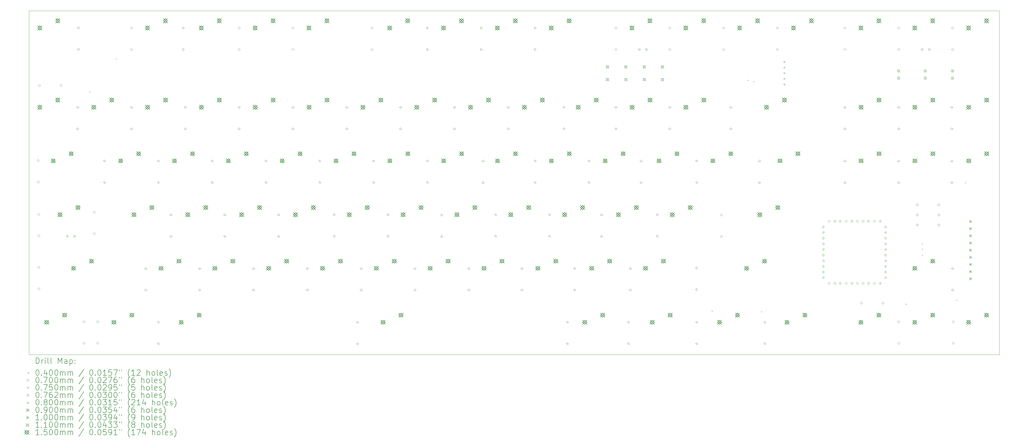
<source format=gbr>
%FSLAX45Y45*%
G04 Gerber Fmt 4.5, Leading zero omitted, Abs format (unit mm)*
G04 Created by KiCad (PCBNEW (6.0.5)) date 2022-06-03 16:12:29*
%MOMM*%
%LPD*%
G01*
G04 APERTURE LIST*
%TA.AperFunction,Profile*%
%ADD10C,0.100000*%
%TD*%
%ADD11C,0.200000*%
%ADD12C,0.040000*%
%ADD13C,0.070000*%
%ADD14C,0.075000*%
%ADD15C,0.076200*%
%ADD16C,0.080000*%
%ADD17C,0.090000*%
%ADD18C,0.100000*%
%ADD19C,0.110000*%
%ADD20C,0.150000*%
G04 APERTURE END LIST*
D10*
X3997960Y-7696200D02*
X38341300Y-7696200D01*
X38341300Y-7696200D02*
X38341300Y-19885660D01*
X38341300Y-19885660D02*
X3997960Y-19885660D01*
X3997960Y-19885660D02*
X3997960Y-7696200D01*
D11*
D12*
X6126800Y-10546400D02*
X6166800Y-10586400D01*
X6166800Y-10546400D02*
X6126800Y-10586400D01*
X7066600Y-9378000D02*
X7106600Y-9418000D01*
X7106600Y-9378000D02*
X7066600Y-9418000D01*
X28148600Y-18318800D02*
X28188600Y-18358800D01*
X28188600Y-18318800D02*
X28148600Y-18358800D01*
X29418600Y-10140000D02*
X29458600Y-10180000D01*
X29458600Y-10140000D02*
X29418600Y-10180000D01*
X29621800Y-10190800D02*
X29661800Y-10230800D01*
X29661800Y-10190800D02*
X29621800Y-10230800D01*
X29901200Y-18344200D02*
X29941200Y-18384200D01*
X29941200Y-18344200D02*
X29901200Y-18384200D01*
X35019300Y-18077500D02*
X35059300Y-18117500D01*
X35059300Y-18077500D02*
X35019300Y-18117500D01*
X35590800Y-15931200D02*
X35630800Y-15971200D01*
X35630800Y-15931200D02*
X35590800Y-15971200D01*
X35590800Y-16134400D02*
X35630800Y-16174400D01*
X35630800Y-16134400D02*
X35590800Y-16174400D01*
X35590800Y-16337600D02*
X35630800Y-16377600D01*
X35630800Y-16337600D02*
X35590800Y-16377600D01*
X36810000Y-17937800D02*
X36850000Y-17977800D01*
X36850000Y-17937800D02*
X36810000Y-17977800D01*
X37114800Y-13772200D02*
X37154800Y-13812200D01*
X37154800Y-13772200D02*
X37114800Y-13812200D01*
D13*
X35468000Y-14579600D02*
G75*
G03*
X35468000Y-14579600I-35000J0D01*
G01*
X35468000Y-14935200D02*
G75*
G03*
X35468000Y-14935200I-35000J0D01*
G01*
X35468000Y-15290800D02*
G75*
G03*
X35468000Y-15290800I-35000J0D01*
G01*
X36230000Y-14579600D02*
G75*
G03*
X36230000Y-14579600I-35000J0D01*
G01*
X36230000Y-14935200D02*
G75*
G03*
X36230000Y-14935200I-35000J0D01*
G01*
X36230000Y-15290800D02*
G75*
G03*
X36230000Y-15290800I-35000J0D01*
G01*
D14*
X30725000Y-9468500D02*
X30725000Y-9543500D01*
X30687500Y-9506000D02*
X30762500Y-9506000D01*
X30725000Y-9668500D02*
X30725000Y-9743500D01*
X30687500Y-9706000D02*
X30762500Y-9706000D01*
X30725000Y-9868500D02*
X30725000Y-9943500D01*
X30687500Y-9906000D02*
X30762500Y-9906000D01*
X30725000Y-10068500D02*
X30725000Y-10143500D01*
X30687500Y-10106000D02*
X30762500Y-10106000D01*
X30725000Y-10268500D02*
X30725000Y-10343500D01*
X30687500Y-10306000D02*
X30762500Y-10306000D01*
D15*
X5376181Y-15713981D02*
X5376181Y-15660099D01*
X5322299Y-15660099D01*
X5322299Y-15713981D01*
X5376181Y-15713981D01*
X5630181Y-15713981D02*
X5630181Y-15660099D01*
X5576299Y-15660099D01*
X5576299Y-15713981D01*
X5630181Y-15713981D01*
X25617441Y-9094741D02*
X25617441Y-9040859D01*
X25563559Y-9040859D01*
X25563559Y-9094741D01*
X25617441Y-9094741D01*
X25871441Y-9094741D02*
X25871441Y-9040859D01*
X25817559Y-9040859D01*
X25817559Y-9094741D01*
X25871441Y-9094741D01*
X35625041Y-9094741D02*
X35625041Y-9040859D01*
X35571159Y-9040859D01*
X35571159Y-9094741D01*
X35625041Y-9094741D01*
X35879041Y-9094741D02*
X35879041Y-9040859D01*
X35825159Y-9040859D01*
X35825159Y-9094741D01*
X35879041Y-9094741D01*
D16*
X4318000Y-13044800D02*
X4358000Y-13004800D01*
X4318000Y-12964800D01*
X4278000Y-13004800D01*
X4318000Y-13044800D01*
X4318000Y-13806800D02*
X4358000Y-13766800D01*
X4318000Y-13726800D01*
X4278000Y-13766800D01*
X4318000Y-13806800D01*
X4343400Y-14949800D02*
X4383400Y-14909800D01*
X4343400Y-14869800D01*
X4303400Y-14909800D01*
X4343400Y-14949800D01*
X4343400Y-15711800D02*
X4383400Y-15671800D01*
X4343400Y-15631800D01*
X4303400Y-15671800D01*
X4343400Y-15711800D01*
X4343400Y-16829400D02*
X4383400Y-16789400D01*
X4343400Y-16749400D01*
X4303400Y-16789400D01*
X4343400Y-16829400D01*
X4343400Y-17591400D02*
X4383400Y-17551400D01*
X4343400Y-17511400D01*
X4303400Y-17551400D01*
X4343400Y-17591400D01*
X4368800Y-10377800D02*
X4408800Y-10337800D01*
X4368800Y-10297800D01*
X4328800Y-10337800D01*
X4368800Y-10377800D01*
X5130800Y-10377800D02*
X5170800Y-10337800D01*
X5130800Y-10297800D01*
X5090800Y-10337800D01*
X5130800Y-10377800D01*
X5715000Y-11152500D02*
X5755000Y-11112500D01*
X5715000Y-11072500D01*
X5675000Y-11112500D01*
X5715000Y-11152500D01*
X5715000Y-11914500D02*
X5755000Y-11874500D01*
X5715000Y-11834500D01*
X5675000Y-11874500D01*
X5715000Y-11914500D01*
X5740400Y-8333100D02*
X5780400Y-8293100D01*
X5740400Y-8253100D01*
X5700400Y-8293100D01*
X5740400Y-8333100D01*
X5740400Y-9095100D02*
X5780400Y-9055100D01*
X5740400Y-9015100D01*
X5700400Y-9055100D01*
X5740400Y-9095100D01*
X5943600Y-18759800D02*
X5983600Y-18719800D01*
X5943600Y-18679800D01*
X5903600Y-18719800D01*
X5943600Y-18759800D01*
X5943600Y-19521800D02*
X5983600Y-19481800D01*
X5943600Y-19441800D01*
X5903600Y-19481800D01*
X5943600Y-19521800D01*
X6299200Y-14873600D02*
X6339200Y-14833600D01*
X6299200Y-14793600D01*
X6259200Y-14833600D01*
X6299200Y-14873600D01*
X6299200Y-15635600D02*
X6339200Y-15595600D01*
X6299200Y-15555600D01*
X6259200Y-15595600D01*
X6299200Y-15635600D01*
X6426200Y-18759800D02*
X6466200Y-18719800D01*
X6426200Y-18679800D01*
X6386200Y-18719800D01*
X6426200Y-18759800D01*
X6426200Y-19521800D02*
X6466200Y-19481800D01*
X6426200Y-19441800D01*
X6386200Y-19481800D01*
X6426200Y-19521800D01*
X6667500Y-13057500D02*
X6707500Y-13017500D01*
X6667500Y-12977500D01*
X6627500Y-13017500D01*
X6667500Y-13057500D01*
X6667500Y-13819500D02*
X6707500Y-13779500D01*
X6667500Y-13739500D01*
X6627500Y-13779500D01*
X6667500Y-13819500D01*
X7620000Y-8345800D02*
X7660000Y-8305800D01*
X7620000Y-8265800D01*
X7580000Y-8305800D01*
X7620000Y-8345800D01*
X7620000Y-9107800D02*
X7660000Y-9067800D01*
X7620000Y-9027800D01*
X7580000Y-9067800D01*
X7620000Y-9107800D01*
X7620000Y-11152500D02*
X7660000Y-11112500D01*
X7620000Y-11072500D01*
X7580000Y-11112500D01*
X7620000Y-11152500D01*
X7620000Y-11914500D02*
X7660000Y-11874500D01*
X7620000Y-11834500D01*
X7580000Y-11874500D01*
X7620000Y-11914500D01*
X8128000Y-16867500D02*
X8168000Y-16827500D01*
X8128000Y-16787500D01*
X8088000Y-16827500D01*
X8128000Y-16867500D01*
X8128000Y-17629500D02*
X8168000Y-17589500D01*
X8128000Y-17549500D01*
X8088000Y-17589500D01*
X8128000Y-17629500D01*
X8572500Y-13057500D02*
X8612500Y-13017500D01*
X8572500Y-12977500D01*
X8532500Y-13017500D01*
X8572500Y-13057500D01*
X8572500Y-13819500D02*
X8612500Y-13779500D01*
X8572500Y-13739500D01*
X8532500Y-13779500D01*
X8572500Y-13819500D01*
X8572500Y-18772500D02*
X8612500Y-18732500D01*
X8572500Y-18692500D01*
X8532500Y-18732500D01*
X8572500Y-18772500D01*
X8572500Y-19534500D02*
X8612500Y-19494500D01*
X8572500Y-19454500D01*
X8532500Y-19494500D01*
X8572500Y-19534500D01*
X9017000Y-14962500D02*
X9057000Y-14922500D01*
X9017000Y-14882500D01*
X8977000Y-14922500D01*
X9017000Y-14962500D01*
X9017000Y-15724500D02*
X9057000Y-15684500D01*
X9017000Y-15644500D01*
X8977000Y-15684500D01*
X9017000Y-15724500D01*
X9461500Y-8345800D02*
X9501500Y-8305800D01*
X9461500Y-8265800D01*
X9421500Y-8305800D01*
X9461500Y-8345800D01*
X9461500Y-9107800D02*
X9501500Y-9067800D01*
X9461500Y-9027800D01*
X9421500Y-9067800D01*
X9461500Y-9107800D01*
X9525000Y-11152500D02*
X9565000Y-11112500D01*
X9525000Y-11072500D01*
X9485000Y-11112500D01*
X9525000Y-11152500D01*
X9525000Y-11914500D02*
X9565000Y-11874500D01*
X9525000Y-11834500D01*
X9485000Y-11874500D01*
X9525000Y-11914500D01*
X10033000Y-16867500D02*
X10073000Y-16827500D01*
X10033000Y-16787500D01*
X9993000Y-16827500D01*
X10033000Y-16867500D01*
X10033000Y-17629500D02*
X10073000Y-17589500D01*
X10033000Y-17549500D01*
X9993000Y-17589500D01*
X10033000Y-17629500D01*
X10477500Y-13057500D02*
X10517500Y-13017500D01*
X10477500Y-12977500D01*
X10437500Y-13017500D01*
X10477500Y-13057500D01*
X10477500Y-13819500D02*
X10517500Y-13779500D01*
X10477500Y-13739500D01*
X10437500Y-13779500D01*
X10477500Y-13819500D01*
X10922000Y-14962500D02*
X10962000Y-14922500D01*
X10922000Y-14882500D01*
X10882000Y-14922500D01*
X10922000Y-14962500D01*
X10922000Y-15724500D02*
X10962000Y-15684500D01*
X10922000Y-15644500D01*
X10882000Y-15684500D01*
X10922000Y-15724500D01*
X11430000Y-8345800D02*
X11470000Y-8305800D01*
X11430000Y-8265800D01*
X11390000Y-8305800D01*
X11430000Y-8345800D01*
X11430000Y-9107800D02*
X11470000Y-9067800D01*
X11430000Y-9027800D01*
X11390000Y-9067800D01*
X11430000Y-9107800D01*
X11430000Y-11152500D02*
X11470000Y-11112500D01*
X11430000Y-11072500D01*
X11390000Y-11112500D01*
X11430000Y-11152500D01*
X11430000Y-11914500D02*
X11470000Y-11874500D01*
X11430000Y-11834500D01*
X11390000Y-11874500D01*
X11430000Y-11914500D01*
X11938000Y-16867500D02*
X11978000Y-16827500D01*
X11938000Y-16787500D01*
X11898000Y-16827500D01*
X11938000Y-16867500D01*
X11938000Y-17629500D02*
X11978000Y-17589500D01*
X11938000Y-17549500D01*
X11898000Y-17589500D01*
X11938000Y-17629500D01*
X12382500Y-13057500D02*
X12422500Y-13017500D01*
X12382500Y-12977500D01*
X12342500Y-13017500D01*
X12382500Y-13057500D01*
X12382500Y-13819500D02*
X12422500Y-13779500D01*
X12382500Y-13739500D01*
X12342500Y-13779500D01*
X12382500Y-13819500D01*
X12827000Y-14962500D02*
X12867000Y-14922500D01*
X12827000Y-14882500D01*
X12787000Y-14922500D01*
X12827000Y-14962500D01*
X12827000Y-15724500D02*
X12867000Y-15684500D01*
X12827000Y-15644500D01*
X12787000Y-15684500D01*
X12827000Y-15724500D01*
X13335000Y-8345800D02*
X13375000Y-8305800D01*
X13335000Y-8265800D01*
X13295000Y-8305800D01*
X13335000Y-8345800D01*
X13335000Y-9107800D02*
X13375000Y-9067800D01*
X13335000Y-9027800D01*
X13295000Y-9067800D01*
X13335000Y-9107800D01*
X13335000Y-11152500D02*
X13375000Y-11112500D01*
X13335000Y-11072500D01*
X13295000Y-11112500D01*
X13335000Y-11152500D01*
X13335000Y-11914500D02*
X13375000Y-11874500D01*
X13335000Y-11834500D01*
X13295000Y-11874500D01*
X13335000Y-11914500D01*
X13843000Y-16867500D02*
X13883000Y-16827500D01*
X13843000Y-16787500D01*
X13803000Y-16827500D01*
X13843000Y-16867500D01*
X13843000Y-17629500D02*
X13883000Y-17589500D01*
X13843000Y-17549500D01*
X13803000Y-17589500D01*
X13843000Y-17629500D01*
X14287500Y-13057500D02*
X14327500Y-13017500D01*
X14287500Y-12977500D01*
X14247500Y-13017500D01*
X14287500Y-13057500D01*
X14287500Y-13819500D02*
X14327500Y-13779500D01*
X14287500Y-13739500D01*
X14247500Y-13779500D01*
X14287500Y-13819500D01*
X14795500Y-14962500D02*
X14835500Y-14922500D01*
X14795500Y-14882500D01*
X14755500Y-14922500D01*
X14795500Y-14962500D01*
X14795500Y-15724500D02*
X14835500Y-15684500D01*
X14795500Y-15644500D01*
X14755500Y-15684500D01*
X14795500Y-15724500D01*
X15240000Y-11152500D02*
X15280000Y-11112500D01*
X15240000Y-11072500D01*
X15200000Y-11112500D01*
X15240000Y-11152500D01*
X15240000Y-11914500D02*
X15280000Y-11874500D01*
X15240000Y-11834500D01*
X15200000Y-11874500D01*
X15240000Y-11914500D01*
X15621000Y-18772500D02*
X15661000Y-18732500D01*
X15621000Y-18692500D01*
X15581000Y-18732500D01*
X15621000Y-18772500D01*
X15621000Y-19534500D02*
X15661000Y-19494500D01*
X15621000Y-19454500D01*
X15581000Y-19494500D01*
X15621000Y-19534500D01*
X15748000Y-16867500D02*
X15788000Y-16827500D01*
X15748000Y-16787500D01*
X15708000Y-16827500D01*
X15748000Y-16867500D01*
X15748000Y-17629500D02*
X15788000Y-17589500D01*
X15748000Y-17549500D01*
X15708000Y-17589500D01*
X15748000Y-17629500D01*
X16129000Y-8345800D02*
X16169000Y-8305800D01*
X16129000Y-8265800D01*
X16089000Y-8305800D01*
X16129000Y-8345800D01*
X16129000Y-9107800D02*
X16169000Y-9067800D01*
X16129000Y-9027800D01*
X16089000Y-9067800D01*
X16129000Y-9107800D01*
X16192500Y-13057500D02*
X16232500Y-13017500D01*
X16192500Y-12977500D01*
X16152500Y-13017500D01*
X16192500Y-13057500D01*
X16192500Y-13819500D02*
X16232500Y-13779500D01*
X16192500Y-13739500D01*
X16152500Y-13779500D01*
X16192500Y-13819500D01*
X16700500Y-14962500D02*
X16740500Y-14922500D01*
X16700500Y-14882500D01*
X16660500Y-14922500D01*
X16700500Y-14962500D01*
X16700500Y-15724500D02*
X16740500Y-15684500D01*
X16700500Y-15644500D01*
X16660500Y-15684500D01*
X16700500Y-15724500D01*
X17145000Y-11152500D02*
X17185000Y-11112500D01*
X17145000Y-11072500D01*
X17105000Y-11112500D01*
X17145000Y-11152500D01*
X17145000Y-11914500D02*
X17185000Y-11874500D01*
X17145000Y-11834500D01*
X17105000Y-11874500D01*
X17145000Y-11914500D01*
X17653000Y-16867500D02*
X17693000Y-16827500D01*
X17653000Y-16787500D01*
X17613000Y-16827500D01*
X17653000Y-16867500D01*
X17653000Y-17629500D02*
X17693000Y-17589500D01*
X17653000Y-17549500D01*
X17613000Y-17589500D01*
X17653000Y-17629500D01*
X18097500Y-8345800D02*
X18137500Y-8305800D01*
X18097500Y-8265800D01*
X18057500Y-8305800D01*
X18097500Y-8345800D01*
X18097500Y-9107800D02*
X18137500Y-9067800D01*
X18097500Y-9027800D01*
X18057500Y-9067800D01*
X18097500Y-9107800D01*
X18097500Y-13057500D02*
X18137500Y-13017500D01*
X18097500Y-12977500D01*
X18057500Y-13017500D01*
X18097500Y-13057500D01*
X18097500Y-13819500D02*
X18137500Y-13779500D01*
X18097500Y-13739500D01*
X18057500Y-13779500D01*
X18097500Y-13819500D01*
X18605500Y-14975200D02*
X18645500Y-14935200D01*
X18605500Y-14895200D01*
X18565500Y-14935200D01*
X18605500Y-14975200D01*
X18605500Y-15737200D02*
X18645500Y-15697200D01*
X18605500Y-15657200D01*
X18565500Y-15697200D01*
X18605500Y-15737200D01*
X19050000Y-11152500D02*
X19090000Y-11112500D01*
X19050000Y-11072500D01*
X19010000Y-11112500D01*
X19050000Y-11152500D01*
X19050000Y-11914500D02*
X19090000Y-11874500D01*
X19050000Y-11834500D01*
X19010000Y-11874500D01*
X19050000Y-11914500D01*
X19558000Y-16867500D02*
X19598000Y-16827500D01*
X19558000Y-16787500D01*
X19518000Y-16827500D01*
X19558000Y-16867500D01*
X19558000Y-17629500D02*
X19598000Y-17589500D01*
X19558000Y-17549500D01*
X19518000Y-17589500D01*
X19558000Y-17629500D01*
X20002500Y-8345800D02*
X20042500Y-8305800D01*
X20002500Y-8265800D01*
X19962500Y-8305800D01*
X20002500Y-8345800D01*
X20002500Y-9107800D02*
X20042500Y-9067800D01*
X20002500Y-9027800D01*
X19962500Y-9067800D01*
X20002500Y-9107800D01*
X20066000Y-13057500D02*
X20106000Y-13017500D01*
X20066000Y-12977500D01*
X20026000Y-13017500D01*
X20066000Y-13057500D01*
X20066000Y-13819500D02*
X20106000Y-13779500D01*
X20066000Y-13739500D01*
X20026000Y-13779500D01*
X20066000Y-13819500D01*
X20510500Y-14962500D02*
X20550500Y-14922500D01*
X20510500Y-14882500D01*
X20470500Y-14922500D01*
X20510500Y-14962500D01*
X20510500Y-15724500D02*
X20550500Y-15684500D01*
X20510500Y-15644500D01*
X20470500Y-15684500D01*
X20510500Y-15724500D01*
X20955000Y-11152500D02*
X20995000Y-11112500D01*
X20955000Y-11072500D01*
X20915000Y-11112500D01*
X20955000Y-11152500D01*
X20955000Y-11914500D02*
X20995000Y-11874500D01*
X20955000Y-11834500D01*
X20915000Y-11874500D01*
X20955000Y-11914500D01*
X21437600Y-16867500D02*
X21477600Y-16827500D01*
X21437600Y-16787500D01*
X21397600Y-16827500D01*
X21437600Y-16867500D01*
X21437600Y-17629500D02*
X21477600Y-17589500D01*
X21437600Y-17549500D01*
X21397600Y-17589500D01*
X21437600Y-17629500D01*
X21907500Y-8345800D02*
X21947500Y-8305800D01*
X21907500Y-8265800D01*
X21867500Y-8305800D01*
X21907500Y-8345800D01*
X21907500Y-9107800D02*
X21947500Y-9067800D01*
X21907500Y-9027800D01*
X21867500Y-9067800D01*
X21907500Y-9107800D01*
X21907500Y-13057500D02*
X21947500Y-13017500D01*
X21907500Y-12977500D01*
X21867500Y-13017500D01*
X21907500Y-13057500D01*
X21907500Y-13819500D02*
X21947500Y-13779500D01*
X21907500Y-13739500D01*
X21867500Y-13779500D01*
X21907500Y-13819500D01*
X22415500Y-14962500D02*
X22455500Y-14922500D01*
X22415500Y-14882500D01*
X22375500Y-14922500D01*
X22415500Y-14962500D01*
X22415500Y-15724500D02*
X22455500Y-15684500D01*
X22415500Y-15644500D01*
X22375500Y-15684500D01*
X22415500Y-15724500D01*
X22923500Y-11152500D02*
X22963500Y-11112500D01*
X22923500Y-11072500D01*
X22883500Y-11112500D01*
X22923500Y-11152500D01*
X22923500Y-11914500D02*
X22963500Y-11874500D01*
X22923500Y-11834500D01*
X22883500Y-11874500D01*
X22923500Y-11914500D01*
X23050500Y-18772500D02*
X23090500Y-18732500D01*
X23050500Y-18692500D01*
X23010500Y-18732500D01*
X23050500Y-18772500D01*
X23050500Y-19534500D02*
X23090500Y-19494500D01*
X23050500Y-19454500D01*
X23010500Y-19494500D01*
X23050500Y-19534500D01*
X23304500Y-16867500D02*
X23344500Y-16827500D01*
X23304500Y-16787500D01*
X23264500Y-16827500D01*
X23304500Y-16867500D01*
X23304500Y-17629500D02*
X23344500Y-17589500D01*
X23304500Y-17549500D01*
X23264500Y-17589500D01*
X23304500Y-17629500D01*
X23812500Y-13057500D02*
X23852500Y-13017500D01*
X23812500Y-12977500D01*
X23772500Y-13017500D01*
X23812500Y-13057500D01*
X23812500Y-13819500D02*
X23852500Y-13779500D01*
X23812500Y-13739500D01*
X23772500Y-13779500D01*
X23812500Y-13819500D01*
X24257000Y-14962500D02*
X24297000Y-14922500D01*
X24257000Y-14882500D01*
X24217000Y-14922500D01*
X24257000Y-14962500D01*
X24257000Y-15724500D02*
X24297000Y-15684500D01*
X24257000Y-15644500D01*
X24217000Y-15684500D01*
X24257000Y-15724500D01*
X24765000Y-8345800D02*
X24805000Y-8305800D01*
X24765000Y-8265800D01*
X24725000Y-8305800D01*
X24765000Y-8345800D01*
X24765000Y-9107800D02*
X24805000Y-9067800D01*
X24765000Y-9027800D01*
X24725000Y-9067800D01*
X24765000Y-9107800D01*
X24765000Y-11152500D02*
X24805000Y-11112500D01*
X24765000Y-11072500D01*
X24725000Y-11112500D01*
X24765000Y-11152500D01*
X24765000Y-11914500D02*
X24805000Y-11874500D01*
X24765000Y-11834500D01*
X24725000Y-11874500D01*
X24765000Y-11914500D01*
X25209500Y-18772500D02*
X25249500Y-18732500D01*
X25209500Y-18692500D01*
X25169500Y-18732500D01*
X25209500Y-18772500D01*
X25209500Y-19534500D02*
X25249500Y-19494500D01*
X25209500Y-19454500D01*
X25169500Y-19494500D01*
X25209500Y-19534500D01*
X25273000Y-16867500D02*
X25313000Y-16827500D01*
X25273000Y-16787500D01*
X25233000Y-16827500D01*
X25273000Y-16867500D01*
X25273000Y-17629500D02*
X25313000Y-17589500D01*
X25273000Y-17549500D01*
X25233000Y-17589500D01*
X25273000Y-17629500D01*
X25654000Y-13057500D02*
X25694000Y-13017500D01*
X25654000Y-12977500D01*
X25614000Y-13017500D01*
X25654000Y-13057500D01*
X25654000Y-13819500D02*
X25694000Y-13779500D01*
X25654000Y-13739500D01*
X25614000Y-13779500D01*
X25654000Y-13819500D01*
X26225500Y-14962500D02*
X26265500Y-14922500D01*
X26225500Y-14882500D01*
X26185500Y-14922500D01*
X26225500Y-14962500D01*
X26225500Y-15724500D02*
X26265500Y-15684500D01*
X26225500Y-15644500D01*
X26185500Y-15684500D01*
X26225500Y-15724500D01*
X26670000Y-8345800D02*
X26710000Y-8305800D01*
X26670000Y-8265800D01*
X26630000Y-8305800D01*
X26670000Y-8345800D01*
X26670000Y-9107800D02*
X26710000Y-9067800D01*
X26670000Y-9027800D01*
X26630000Y-9067800D01*
X26670000Y-9107800D01*
X26670000Y-11152500D02*
X26710000Y-11112500D01*
X26670000Y-11072500D01*
X26630000Y-11112500D01*
X26670000Y-11152500D01*
X26670000Y-11914500D02*
X26710000Y-11874500D01*
X26670000Y-11834500D01*
X26630000Y-11874500D01*
X26670000Y-11914500D01*
X27622500Y-13057500D02*
X27662500Y-13017500D01*
X27622500Y-12977500D01*
X27582500Y-13017500D01*
X27622500Y-13057500D01*
X27622500Y-13819500D02*
X27662500Y-13779500D01*
X27622500Y-13739500D01*
X27582500Y-13779500D01*
X27622500Y-13819500D01*
X27622500Y-16854800D02*
X27662500Y-16814800D01*
X27622500Y-16774800D01*
X27582500Y-16814800D01*
X27622500Y-16854800D01*
X27622500Y-17616800D02*
X27662500Y-17576800D01*
X27622500Y-17536800D01*
X27582500Y-17576800D01*
X27622500Y-17616800D01*
X27622500Y-18772500D02*
X27662500Y-18732500D01*
X27622500Y-18692500D01*
X27582500Y-18732500D01*
X27622500Y-18772500D01*
X27622500Y-19534500D02*
X27662500Y-19494500D01*
X27622500Y-19454500D01*
X27582500Y-19494500D01*
X27622500Y-19534500D01*
X28498800Y-14975200D02*
X28538800Y-14935200D01*
X28498800Y-14895200D01*
X28458800Y-14935200D01*
X28498800Y-14975200D01*
X28498800Y-15737200D02*
X28538800Y-15697200D01*
X28498800Y-15657200D01*
X28458800Y-15697200D01*
X28498800Y-15737200D01*
X28575000Y-8345800D02*
X28615000Y-8305800D01*
X28575000Y-8265800D01*
X28535000Y-8305800D01*
X28575000Y-8345800D01*
X28575000Y-9107800D02*
X28615000Y-9067800D01*
X28575000Y-9027800D01*
X28535000Y-9067800D01*
X28575000Y-9107800D01*
X28829000Y-11152500D02*
X28869000Y-11112500D01*
X28829000Y-11072500D01*
X28789000Y-11112500D01*
X28829000Y-11152500D01*
X28829000Y-11914500D02*
X28869000Y-11874500D01*
X28829000Y-11834500D01*
X28789000Y-11874500D01*
X28829000Y-11914500D01*
X29845000Y-13057500D02*
X29885000Y-13017500D01*
X29845000Y-12977500D01*
X29805000Y-13017500D01*
X29845000Y-13057500D01*
X29845000Y-13819500D02*
X29885000Y-13779500D01*
X29845000Y-13739500D01*
X29805000Y-13779500D01*
X29845000Y-13819500D01*
X30035500Y-18772500D02*
X30075500Y-18732500D01*
X30035500Y-18692500D01*
X29995500Y-18732500D01*
X30035500Y-18772500D01*
X30035500Y-19534500D02*
X30075500Y-19494500D01*
X30035500Y-19454500D01*
X29995500Y-19494500D01*
X30035500Y-19534500D01*
X30480000Y-8345800D02*
X30520000Y-8305800D01*
X30480000Y-8265800D01*
X30440000Y-8305800D01*
X30480000Y-8345800D01*
X30480000Y-9107800D02*
X30520000Y-9067800D01*
X30480000Y-9027800D01*
X30440000Y-9067800D01*
X30480000Y-9107800D01*
X32110500Y-15396000D02*
X32150500Y-15356000D01*
X32110500Y-15316000D01*
X32070500Y-15356000D01*
X32110500Y-15396000D01*
X32110500Y-15596000D02*
X32150500Y-15556000D01*
X32110500Y-15516000D01*
X32070500Y-15556000D01*
X32110500Y-15596000D01*
X32110500Y-15796000D02*
X32150500Y-15756000D01*
X32110500Y-15716000D01*
X32070500Y-15756000D01*
X32110500Y-15796000D01*
X32110500Y-15996000D02*
X32150500Y-15956000D01*
X32110500Y-15916000D01*
X32070500Y-15956000D01*
X32110500Y-15996000D01*
X32110500Y-16196000D02*
X32150500Y-16156000D01*
X32110500Y-16116000D01*
X32070500Y-16156000D01*
X32110500Y-16196000D01*
X32110500Y-16396000D02*
X32150500Y-16356000D01*
X32110500Y-16316000D01*
X32070500Y-16356000D01*
X32110500Y-16396000D01*
X32110500Y-16596000D02*
X32150500Y-16556000D01*
X32110500Y-16516000D01*
X32070500Y-16556000D01*
X32110500Y-16596000D01*
X32110500Y-16796000D02*
X32150500Y-16756000D01*
X32110500Y-16716000D01*
X32070500Y-16756000D01*
X32110500Y-16796000D01*
X32110500Y-16996000D02*
X32150500Y-16956000D01*
X32110500Y-16916000D01*
X32070500Y-16956000D01*
X32110500Y-16996000D01*
X32110500Y-17196000D02*
X32150500Y-17156000D01*
X32110500Y-17116000D01*
X32070500Y-17156000D01*
X32110500Y-17196000D01*
X32310500Y-15196000D02*
X32350500Y-15156000D01*
X32310500Y-15116000D01*
X32270500Y-15156000D01*
X32310500Y-15196000D01*
X32310500Y-17396000D02*
X32350500Y-17356000D01*
X32310500Y-17316000D01*
X32270500Y-17356000D01*
X32310500Y-17396000D01*
X32510500Y-15196000D02*
X32550500Y-15156000D01*
X32510500Y-15116000D01*
X32470500Y-15156000D01*
X32510500Y-15196000D01*
X32510500Y-17396000D02*
X32550500Y-17356000D01*
X32510500Y-17316000D01*
X32470500Y-17356000D01*
X32510500Y-17396000D01*
X32710500Y-15196000D02*
X32750500Y-15156000D01*
X32710500Y-15116000D01*
X32670500Y-15156000D01*
X32710500Y-15196000D01*
X32710500Y-17396000D02*
X32750500Y-17356000D01*
X32710500Y-17316000D01*
X32670500Y-17356000D01*
X32710500Y-17396000D01*
X32867600Y-8345800D02*
X32907600Y-8305800D01*
X32867600Y-8265800D01*
X32827600Y-8305800D01*
X32867600Y-8345800D01*
X32867600Y-9107800D02*
X32907600Y-9067800D01*
X32867600Y-9027800D01*
X32827600Y-9067800D01*
X32867600Y-9107800D01*
X32867600Y-11152500D02*
X32907600Y-11112500D01*
X32867600Y-11072500D01*
X32827600Y-11112500D01*
X32867600Y-11152500D01*
X32867600Y-11914500D02*
X32907600Y-11874500D01*
X32867600Y-11834500D01*
X32827600Y-11874500D01*
X32867600Y-11914500D01*
X32867600Y-13057500D02*
X32907600Y-13017500D01*
X32867600Y-12977500D01*
X32827600Y-13017500D01*
X32867600Y-13057500D01*
X32867600Y-13819500D02*
X32907600Y-13779500D01*
X32867600Y-13739500D01*
X32827600Y-13779500D01*
X32867600Y-13819500D01*
X32910500Y-15196000D02*
X32950500Y-15156000D01*
X32910500Y-15116000D01*
X32870500Y-15156000D01*
X32910500Y-15196000D01*
X32910500Y-17396000D02*
X32950500Y-17356000D01*
X32910500Y-17316000D01*
X32870500Y-17356000D01*
X32910500Y-17396000D01*
X33110500Y-15196000D02*
X33150500Y-15156000D01*
X33110500Y-15116000D01*
X33070500Y-15156000D01*
X33110500Y-15196000D01*
X33110500Y-17396000D02*
X33150500Y-17356000D01*
X33110500Y-17316000D01*
X33070500Y-17356000D01*
X33110500Y-17396000D01*
X33310500Y-15196000D02*
X33350500Y-15156000D01*
X33310500Y-15116000D01*
X33270500Y-15156000D01*
X33310500Y-15196000D01*
X33310500Y-17396000D02*
X33350500Y-17356000D01*
X33310500Y-17316000D01*
X33270500Y-17356000D01*
X33310500Y-17396000D01*
X33451800Y-18099400D02*
X33491800Y-18059400D01*
X33451800Y-18019400D01*
X33411800Y-18059400D01*
X33451800Y-18099400D01*
X33510500Y-15196000D02*
X33550500Y-15156000D01*
X33510500Y-15116000D01*
X33470500Y-15156000D01*
X33510500Y-15196000D01*
X33510500Y-17396000D02*
X33550500Y-17356000D01*
X33510500Y-17316000D01*
X33470500Y-17356000D01*
X33510500Y-17396000D01*
X33710500Y-15196000D02*
X33750500Y-15156000D01*
X33710500Y-15116000D01*
X33670500Y-15156000D01*
X33710500Y-15196000D01*
X33710500Y-17396000D02*
X33750500Y-17356000D01*
X33710500Y-17316000D01*
X33670500Y-17356000D01*
X33710500Y-17396000D01*
X33910500Y-15196000D02*
X33950500Y-15156000D01*
X33910500Y-15116000D01*
X33870500Y-15156000D01*
X33910500Y-15196000D01*
X33910500Y-17396000D02*
X33950500Y-17356000D01*
X33910500Y-17316000D01*
X33870500Y-17356000D01*
X33910500Y-17396000D01*
X34110500Y-15196000D02*
X34150500Y-15156000D01*
X34110500Y-15116000D01*
X34070500Y-15156000D01*
X34110500Y-15196000D01*
X34110500Y-17396000D02*
X34150500Y-17356000D01*
X34110500Y-17316000D01*
X34070500Y-17356000D01*
X34110500Y-17396000D01*
X34213800Y-18099400D02*
X34253800Y-18059400D01*
X34213800Y-18019400D01*
X34173800Y-18059400D01*
X34213800Y-18099400D01*
X34310500Y-15396000D02*
X34350500Y-15356000D01*
X34310500Y-15316000D01*
X34270500Y-15356000D01*
X34310500Y-15396000D01*
X34310500Y-15596000D02*
X34350500Y-15556000D01*
X34310500Y-15516000D01*
X34270500Y-15556000D01*
X34310500Y-15596000D01*
X34310500Y-15796000D02*
X34350500Y-15756000D01*
X34310500Y-15716000D01*
X34270500Y-15756000D01*
X34310500Y-15796000D01*
X34310500Y-15996000D02*
X34350500Y-15956000D01*
X34310500Y-15916000D01*
X34270500Y-15956000D01*
X34310500Y-15996000D01*
X34310500Y-16196000D02*
X34350500Y-16156000D01*
X34310500Y-16116000D01*
X34270500Y-16156000D01*
X34310500Y-16196000D01*
X34310500Y-16396000D02*
X34350500Y-16356000D01*
X34310500Y-16316000D01*
X34270500Y-16356000D01*
X34310500Y-16396000D01*
X34310500Y-16596000D02*
X34350500Y-16556000D01*
X34310500Y-16516000D01*
X34270500Y-16556000D01*
X34310500Y-16596000D01*
X34310500Y-16796000D02*
X34350500Y-16756000D01*
X34310500Y-16716000D01*
X34270500Y-16756000D01*
X34310500Y-16796000D01*
X34310500Y-16996000D02*
X34350500Y-16956000D01*
X34310500Y-16916000D01*
X34270500Y-16956000D01*
X34310500Y-16996000D01*
X34310500Y-17196000D02*
X34350500Y-17156000D01*
X34310500Y-17116000D01*
X34270500Y-17156000D01*
X34310500Y-17196000D01*
X34772600Y-8345800D02*
X34812600Y-8305800D01*
X34772600Y-8265800D01*
X34732600Y-8305800D01*
X34772600Y-8345800D01*
X34772600Y-9107800D02*
X34812600Y-9067800D01*
X34772600Y-9027800D01*
X34732600Y-9067800D01*
X34772600Y-9107800D01*
X34772600Y-11152500D02*
X34812600Y-11112500D01*
X34772600Y-11072500D01*
X34732600Y-11112500D01*
X34772600Y-11152500D01*
X34772600Y-11914500D02*
X34812600Y-11874500D01*
X34772600Y-11834500D01*
X34732600Y-11874500D01*
X34772600Y-11914500D01*
X34772600Y-13057500D02*
X34812600Y-13017500D01*
X34772600Y-12977500D01*
X34732600Y-13017500D01*
X34772600Y-13057500D01*
X34772600Y-13819500D02*
X34812600Y-13779500D01*
X34772600Y-13739500D01*
X34732600Y-13779500D01*
X34772600Y-13819500D01*
X34772600Y-18759800D02*
X34812600Y-18719800D01*
X34772600Y-18679800D01*
X34732600Y-18719800D01*
X34772600Y-18759800D01*
X34772600Y-19521800D02*
X34812600Y-19481800D01*
X34772600Y-19441800D01*
X34732600Y-19481800D01*
X34772600Y-19521800D01*
X36652200Y-11152500D02*
X36692200Y-11112500D01*
X36652200Y-11072500D01*
X36612200Y-11112500D01*
X36652200Y-11152500D01*
X36652200Y-11914500D02*
X36692200Y-11874500D01*
X36652200Y-11834500D01*
X36612200Y-11874500D01*
X36652200Y-11914500D01*
X36652200Y-13057500D02*
X36692200Y-13017500D01*
X36652200Y-12977500D01*
X36612200Y-13017500D01*
X36652200Y-13057500D01*
X36652200Y-13819500D02*
X36692200Y-13779500D01*
X36652200Y-13739500D01*
X36612200Y-13779500D01*
X36652200Y-13819500D01*
X36677600Y-8345800D02*
X36717600Y-8305800D01*
X36677600Y-8265800D01*
X36637600Y-8305800D01*
X36677600Y-8345800D01*
X36677600Y-9107800D02*
X36717600Y-9067800D01*
X36677600Y-9027800D01*
X36637600Y-9067800D01*
X36677600Y-9107800D01*
X36677600Y-16867500D02*
X36717600Y-16827500D01*
X36677600Y-16787500D01*
X36637600Y-16827500D01*
X36677600Y-16867500D01*
X36677600Y-17629500D02*
X36717600Y-17589500D01*
X36677600Y-17549500D01*
X36637600Y-17589500D01*
X36677600Y-17629500D01*
X36703000Y-18759800D02*
X36743000Y-18719800D01*
X36703000Y-18679800D01*
X36663000Y-18719800D01*
X36703000Y-18759800D01*
X36703000Y-19521800D02*
X36743000Y-19481800D01*
X36703000Y-19441800D01*
X36663000Y-19481800D01*
X36703000Y-19521800D01*
D17*
X34727600Y-9784300D02*
X34817600Y-9874300D01*
X34817600Y-9784300D02*
X34727600Y-9874300D01*
X34817600Y-9829300D02*
G75*
G03*
X34817600Y-9829300I-45000J0D01*
G01*
X34727600Y-10038300D02*
X34817600Y-10128300D01*
X34817600Y-10038300D02*
X34727600Y-10128300D01*
X34817600Y-10083300D02*
G75*
G03*
X34817600Y-10083300I-45000J0D01*
G01*
X35667400Y-9784800D02*
X35757400Y-9874800D01*
X35757400Y-9784800D02*
X35667400Y-9874800D01*
X35757400Y-9829800D02*
G75*
G03*
X35757400Y-9829800I-45000J0D01*
G01*
X35667400Y-10038800D02*
X35757400Y-10128800D01*
X35757400Y-10038800D02*
X35667400Y-10128800D01*
X35757400Y-10083800D02*
G75*
G03*
X35757400Y-10083800I-45000J0D01*
G01*
X36632600Y-9784800D02*
X36722600Y-9874800D01*
X36722600Y-9784800D02*
X36632600Y-9874800D01*
X36722600Y-9829800D02*
G75*
G03*
X36722600Y-9829800I-45000J0D01*
G01*
X36632600Y-10038800D02*
X36722600Y-10128800D01*
X36722600Y-10038800D02*
X36632600Y-10128800D01*
X36722600Y-10083800D02*
G75*
G03*
X36722600Y-10083800I-45000J0D01*
G01*
D18*
X37262600Y-15113800D02*
X37362600Y-15213800D01*
X37362600Y-15113800D02*
X37262600Y-15213800D01*
X37312600Y-15113800D02*
X37312600Y-15213800D01*
X37262600Y-15163800D02*
X37362600Y-15163800D01*
X37262600Y-15367800D02*
X37362600Y-15467800D01*
X37362600Y-15367800D02*
X37262600Y-15467800D01*
X37312600Y-15367800D02*
X37312600Y-15467800D01*
X37262600Y-15417800D02*
X37362600Y-15417800D01*
X37262600Y-15621800D02*
X37362600Y-15721800D01*
X37362600Y-15621800D02*
X37262600Y-15721800D01*
X37312600Y-15621800D02*
X37312600Y-15721800D01*
X37262600Y-15671800D02*
X37362600Y-15671800D01*
X37262600Y-15875800D02*
X37362600Y-15975800D01*
X37362600Y-15875800D02*
X37262600Y-15975800D01*
X37312600Y-15875800D02*
X37312600Y-15975800D01*
X37262600Y-15925800D02*
X37362600Y-15925800D01*
X37262600Y-16129800D02*
X37362600Y-16229800D01*
X37362600Y-16129800D02*
X37262600Y-16229800D01*
X37312600Y-16129800D02*
X37312600Y-16229800D01*
X37262600Y-16179800D02*
X37362600Y-16179800D01*
X37262600Y-16383800D02*
X37362600Y-16483800D01*
X37362600Y-16383800D02*
X37262600Y-16483800D01*
X37312600Y-16383800D02*
X37312600Y-16483800D01*
X37262600Y-16433800D02*
X37362600Y-16433800D01*
X37262600Y-16637800D02*
X37362600Y-16737800D01*
X37362600Y-16637800D02*
X37262600Y-16737800D01*
X37312600Y-16637800D02*
X37312600Y-16737800D01*
X37262600Y-16687800D02*
X37362600Y-16687800D01*
X37262600Y-16891800D02*
X37362600Y-16991800D01*
X37362600Y-16891800D02*
X37262600Y-16991800D01*
X37312600Y-16891800D02*
X37312600Y-16991800D01*
X37262600Y-16941800D02*
X37362600Y-16941800D01*
X37262600Y-17145800D02*
X37362600Y-17245800D01*
X37362600Y-17145800D02*
X37262600Y-17245800D01*
X37312600Y-17145800D02*
X37312600Y-17245800D01*
X37262600Y-17195800D02*
X37362600Y-17195800D01*
D19*
X24410400Y-9626000D02*
X24520400Y-9736000D01*
X24520400Y-9626000D02*
X24410400Y-9736000D01*
X24504291Y-9719891D02*
X24504291Y-9642109D01*
X24426509Y-9642109D01*
X24426509Y-9719891D01*
X24504291Y-9719891D01*
X24410400Y-10076000D02*
X24520400Y-10186000D01*
X24520400Y-10076000D02*
X24410400Y-10186000D01*
X24504291Y-10169891D02*
X24504291Y-10092109D01*
X24426509Y-10092109D01*
X24426509Y-10169891D01*
X24504291Y-10169891D01*
X25060400Y-9626000D02*
X25170400Y-9736000D01*
X25170400Y-9626000D02*
X25060400Y-9736000D01*
X25154291Y-9719891D02*
X25154291Y-9642109D01*
X25076509Y-9642109D01*
X25076509Y-9719891D01*
X25154291Y-9719891D01*
X25060400Y-10076000D02*
X25170400Y-10186000D01*
X25170400Y-10076000D02*
X25060400Y-10186000D01*
X25154291Y-10169891D02*
X25154291Y-10092109D01*
X25076509Y-10092109D01*
X25076509Y-10169891D01*
X25154291Y-10169891D01*
X25711000Y-9626000D02*
X25821000Y-9736000D01*
X25821000Y-9626000D02*
X25711000Y-9736000D01*
X25804891Y-9719891D02*
X25804891Y-9642109D01*
X25727109Y-9642109D01*
X25727109Y-9719891D01*
X25804891Y-9719891D01*
X25711000Y-10076000D02*
X25821000Y-10186000D01*
X25821000Y-10076000D02*
X25711000Y-10186000D01*
X25804891Y-10169891D02*
X25804891Y-10092109D01*
X25727109Y-10092109D01*
X25727109Y-10169891D01*
X25804891Y-10169891D01*
X26361000Y-9626000D02*
X26471000Y-9736000D01*
X26471000Y-9626000D02*
X26361000Y-9736000D01*
X26454891Y-9719891D02*
X26454891Y-9642109D01*
X26377109Y-9642109D01*
X26377109Y-9719891D01*
X26454891Y-9719891D01*
X26361000Y-10076000D02*
X26471000Y-10186000D01*
X26471000Y-10076000D02*
X26361000Y-10186000D01*
X26454891Y-10169891D02*
X26454891Y-10092109D01*
X26377109Y-10092109D01*
X26377109Y-10169891D01*
X26454891Y-10169891D01*
D20*
X4306500Y-8230800D02*
X4456500Y-8380800D01*
X4456500Y-8230800D02*
X4306500Y-8380800D01*
X4381500Y-8380800D02*
X4456500Y-8305800D01*
X4381500Y-8230800D01*
X4306500Y-8305800D01*
X4381500Y-8380800D01*
X4306500Y-11042580D02*
X4456500Y-11192580D01*
X4456500Y-11042580D02*
X4306500Y-11192580D01*
X4381500Y-11192580D02*
X4456500Y-11117580D01*
X4381500Y-11042580D01*
X4306500Y-11117580D01*
X4381500Y-11192580D01*
X4547800Y-18665120D02*
X4697800Y-18815120D01*
X4697800Y-18665120D02*
X4547800Y-18815120D01*
X4622800Y-18815120D02*
X4697800Y-18740120D01*
X4622800Y-18665120D01*
X4547800Y-18740120D01*
X4622800Y-18815120D01*
X4781480Y-12942500D02*
X4931480Y-13092500D01*
X4931480Y-12942500D02*
X4781480Y-13092500D01*
X4856480Y-13092500D02*
X4931480Y-13017500D01*
X4856480Y-12942500D01*
X4781480Y-13017500D01*
X4856480Y-13092500D01*
X4941500Y-7976800D02*
X5091500Y-8126800D01*
X5091500Y-7976800D02*
X4941500Y-8126800D01*
X5016500Y-8126800D02*
X5091500Y-8051800D01*
X5016500Y-7976800D01*
X4941500Y-8051800D01*
X5016500Y-8126800D01*
X4941500Y-10788580D02*
X5091500Y-10938580D01*
X5091500Y-10788580D02*
X4941500Y-10938580D01*
X5016500Y-10938580D02*
X5091500Y-10863580D01*
X5016500Y-10788580D01*
X4941500Y-10863580D01*
X5016500Y-10938580D01*
X5020240Y-14850040D02*
X5170240Y-15000040D01*
X5170240Y-14850040D02*
X5020240Y-15000040D01*
X5095240Y-15000040D02*
X5170240Y-14925040D01*
X5095240Y-14850040D01*
X5020240Y-14925040D01*
X5095240Y-15000040D01*
X5182800Y-18411120D02*
X5332800Y-18561120D01*
X5332800Y-18411120D02*
X5182800Y-18561120D01*
X5257800Y-18561120D02*
X5332800Y-18486120D01*
X5257800Y-18411120D01*
X5182800Y-18486120D01*
X5257800Y-18561120D01*
X5416480Y-12688500D02*
X5566480Y-12838500D01*
X5566480Y-12688500D02*
X5416480Y-12838500D01*
X5491480Y-12838500D02*
X5566480Y-12763500D01*
X5491480Y-12688500D01*
X5416480Y-12763500D01*
X5491480Y-12838500D01*
X5500300Y-16752500D02*
X5650300Y-16902500D01*
X5650300Y-16752500D02*
X5500300Y-16902500D01*
X5575300Y-16902500D02*
X5650300Y-16827500D01*
X5575300Y-16752500D01*
X5500300Y-16827500D01*
X5575300Y-16902500D01*
X5655240Y-14596040D02*
X5805240Y-14746040D01*
X5805240Y-14596040D02*
X5655240Y-14746040D01*
X5730240Y-14746040D02*
X5805240Y-14671040D01*
X5730240Y-14596040D01*
X5655240Y-14671040D01*
X5730240Y-14746040D01*
X6135300Y-16498500D02*
X6285300Y-16648500D01*
X6285300Y-16498500D02*
X6135300Y-16648500D01*
X6210300Y-16648500D02*
X6285300Y-16573500D01*
X6210300Y-16498500D01*
X6135300Y-16573500D01*
X6210300Y-16648500D01*
X6214040Y-11042580D02*
X6364040Y-11192580D01*
X6364040Y-11042580D02*
X6214040Y-11192580D01*
X6289040Y-11192580D02*
X6364040Y-11117580D01*
X6289040Y-11042580D01*
X6214040Y-11117580D01*
X6289040Y-11192580D01*
X6849040Y-10788580D02*
X6999040Y-10938580D01*
X6999040Y-10788580D02*
X6849040Y-10938580D01*
X6924040Y-10938580D02*
X6999040Y-10863580D01*
X6924040Y-10788580D01*
X6849040Y-10863580D01*
X6924040Y-10938580D01*
X6930320Y-18665120D02*
X7080320Y-18815120D01*
X7080320Y-18665120D02*
X6930320Y-18815120D01*
X7005320Y-18815120D02*
X7080320Y-18740120D01*
X7005320Y-18665120D01*
X6930320Y-18740120D01*
X7005320Y-18815120D01*
X7169080Y-12942500D02*
X7319080Y-13092500D01*
X7319080Y-12942500D02*
X7169080Y-13092500D01*
X7244080Y-13092500D02*
X7319080Y-13017500D01*
X7244080Y-12942500D01*
X7169080Y-13017500D01*
X7244080Y-13092500D01*
X7565320Y-18411120D02*
X7715320Y-18561120D01*
X7715320Y-18411120D02*
X7565320Y-18561120D01*
X7640320Y-18561120D02*
X7715320Y-18486120D01*
X7640320Y-18411120D01*
X7565320Y-18486120D01*
X7640320Y-18561120D01*
X7641520Y-14850040D02*
X7791520Y-15000040D01*
X7791520Y-14850040D02*
X7641520Y-15000040D01*
X7716520Y-15000040D02*
X7791520Y-14925040D01*
X7716520Y-14850040D01*
X7641520Y-14925040D01*
X7716520Y-15000040D01*
X7804080Y-12688500D02*
X7954080Y-12838500D01*
X7954080Y-12688500D02*
X7804080Y-12838500D01*
X7879080Y-12838500D02*
X7954080Y-12763500D01*
X7879080Y-12688500D01*
X7804080Y-12763500D01*
X7879080Y-12838500D01*
X8116500Y-8230800D02*
X8266500Y-8380800D01*
X8266500Y-8230800D02*
X8116500Y-8380800D01*
X8191500Y-8380800D02*
X8266500Y-8305800D01*
X8191500Y-8230800D01*
X8116500Y-8305800D01*
X8191500Y-8380800D01*
X8119040Y-11042580D02*
X8269040Y-11192580D01*
X8269040Y-11042580D02*
X8119040Y-11192580D01*
X8194040Y-11192580D02*
X8269040Y-11117580D01*
X8194040Y-11042580D01*
X8119040Y-11117580D01*
X8194040Y-11192580D01*
X8276520Y-14596040D02*
X8426520Y-14746040D01*
X8426520Y-14596040D02*
X8276520Y-14746040D01*
X8351520Y-14746040D02*
X8426520Y-14671040D01*
X8351520Y-14596040D01*
X8276520Y-14671040D01*
X8351520Y-14746040D01*
X8594020Y-16752500D02*
X8744020Y-16902500D01*
X8744020Y-16752500D02*
X8594020Y-16902500D01*
X8669020Y-16902500D02*
X8744020Y-16827500D01*
X8669020Y-16752500D01*
X8594020Y-16827500D01*
X8669020Y-16902500D01*
X8751500Y-7976800D02*
X8901500Y-8126800D01*
X8901500Y-7976800D02*
X8751500Y-8126800D01*
X8826500Y-8126800D02*
X8901500Y-8051800D01*
X8826500Y-7976800D01*
X8751500Y-8051800D01*
X8826500Y-8126800D01*
X8754040Y-10788580D02*
X8904040Y-10938580D01*
X8904040Y-10788580D02*
X8754040Y-10938580D01*
X8829040Y-10938580D02*
X8904040Y-10863580D01*
X8829040Y-10788580D01*
X8754040Y-10863580D01*
X8829040Y-10938580D01*
X9074080Y-12942500D02*
X9224080Y-13092500D01*
X9224080Y-12942500D02*
X9074080Y-13092500D01*
X9149080Y-13092500D02*
X9224080Y-13017500D01*
X9149080Y-12942500D01*
X9074080Y-13017500D01*
X9149080Y-13092500D01*
X9229020Y-16498500D02*
X9379020Y-16648500D01*
X9379020Y-16498500D02*
X9229020Y-16648500D01*
X9304020Y-16648500D02*
X9379020Y-16573500D01*
X9304020Y-16498500D01*
X9229020Y-16573500D01*
X9304020Y-16648500D01*
X9310300Y-18665120D02*
X9460300Y-18815120D01*
X9460300Y-18665120D02*
X9310300Y-18815120D01*
X9385300Y-18815120D02*
X9460300Y-18740120D01*
X9385300Y-18665120D01*
X9310300Y-18740120D01*
X9385300Y-18815120D01*
X9546520Y-14850040D02*
X9696520Y-15000040D01*
X9696520Y-14850040D02*
X9546520Y-15000040D01*
X9621520Y-15000040D02*
X9696520Y-14925040D01*
X9621520Y-14850040D01*
X9546520Y-14925040D01*
X9621520Y-15000040D01*
X9709080Y-12688500D02*
X9859080Y-12838500D01*
X9859080Y-12688500D02*
X9709080Y-12838500D01*
X9784080Y-12838500D02*
X9859080Y-12763500D01*
X9784080Y-12688500D01*
X9709080Y-12763500D01*
X9784080Y-12838500D01*
X9945300Y-18411120D02*
X10095300Y-18561120D01*
X10095300Y-18411120D02*
X9945300Y-18561120D01*
X10020300Y-18561120D02*
X10095300Y-18486120D01*
X10020300Y-18411120D01*
X9945300Y-18486120D01*
X10020300Y-18561120D01*
X10021500Y-8230800D02*
X10171500Y-8380800D01*
X10171500Y-8230800D02*
X10021500Y-8380800D01*
X10096500Y-8380800D02*
X10171500Y-8305800D01*
X10096500Y-8230800D01*
X10021500Y-8305800D01*
X10096500Y-8380800D01*
X10024040Y-11042580D02*
X10174040Y-11192580D01*
X10174040Y-11042580D02*
X10024040Y-11192580D01*
X10099040Y-11192580D02*
X10174040Y-11117580D01*
X10099040Y-11042580D01*
X10024040Y-11117580D01*
X10099040Y-11192580D01*
X10181520Y-14596040D02*
X10331520Y-14746040D01*
X10331520Y-14596040D02*
X10181520Y-14746040D01*
X10256520Y-14746040D02*
X10331520Y-14671040D01*
X10256520Y-14596040D01*
X10181520Y-14671040D01*
X10256520Y-14746040D01*
X10499020Y-16752500D02*
X10649020Y-16902500D01*
X10649020Y-16752500D02*
X10499020Y-16902500D01*
X10574020Y-16902500D02*
X10649020Y-16827500D01*
X10574020Y-16752500D01*
X10499020Y-16827500D01*
X10574020Y-16902500D01*
X10656500Y-7976800D02*
X10806500Y-8126800D01*
X10806500Y-7976800D02*
X10656500Y-8126800D01*
X10731500Y-8126800D02*
X10806500Y-8051800D01*
X10731500Y-7976800D01*
X10656500Y-8051800D01*
X10731500Y-8126800D01*
X10659040Y-10788580D02*
X10809040Y-10938580D01*
X10809040Y-10788580D02*
X10659040Y-10938580D01*
X10734040Y-10938580D02*
X10809040Y-10863580D01*
X10734040Y-10788580D01*
X10659040Y-10863580D01*
X10734040Y-10938580D01*
X10979080Y-12942500D02*
X11129080Y-13092500D01*
X11129080Y-12942500D02*
X10979080Y-13092500D01*
X11054080Y-13092500D02*
X11129080Y-13017500D01*
X11054080Y-12942500D01*
X10979080Y-13017500D01*
X11054080Y-13092500D01*
X11134020Y-16498500D02*
X11284020Y-16648500D01*
X11284020Y-16498500D02*
X11134020Y-16648500D01*
X11209020Y-16648500D02*
X11284020Y-16573500D01*
X11209020Y-16498500D01*
X11134020Y-16573500D01*
X11209020Y-16648500D01*
X11451520Y-14850040D02*
X11601520Y-15000040D01*
X11601520Y-14850040D02*
X11451520Y-15000040D01*
X11526520Y-15000040D02*
X11601520Y-14925040D01*
X11526520Y-14850040D01*
X11451520Y-14925040D01*
X11526520Y-15000040D01*
X11614080Y-12688500D02*
X11764080Y-12838500D01*
X11764080Y-12688500D02*
X11614080Y-12838500D01*
X11689080Y-12838500D02*
X11764080Y-12763500D01*
X11689080Y-12688500D01*
X11614080Y-12763500D01*
X11689080Y-12838500D01*
X11926500Y-8230800D02*
X12076500Y-8380800D01*
X12076500Y-8230800D02*
X11926500Y-8380800D01*
X12001500Y-8380800D02*
X12076500Y-8305800D01*
X12001500Y-8230800D01*
X11926500Y-8305800D01*
X12001500Y-8380800D01*
X11929040Y-11042580D02*
X12079040Y-11192580D01*
X12079040Y-11042580D02*
X11929040Y-11192580D01*
X12004040Y-11192580D02*
X12079040Y-11117580D01*
X12004040Y-11042580D01*
X11929040Y-11117580D01*
X12004040Y-11192580D01*
X12086520Y-14596040D02*
X12236520Y-14746040D01*
X12236520Y-14596040D02*
X12086520Y-14746040D01*
X12161520Y-14746040D02*
X12236520Y-14671040D01*
X12161520Y-14596040D01*
X12086520Y-14671040D01*
X12161520Y-14746040D01*
X12404020Y-16752500D02*
X12554020Y-16902500D01*
X12554020Y-16752500D02*
X12404020Y-16902500D01*
X12479020Y-16902500D02*
X12554020Y-16827500D01*
X12479020Y-16752500D01*
X12404020Y-16827500D01*
X12479020Y-16902500D01*
X12561500Y-7976800D02*
X12711500Y-8126800D01*
X12711500Y-7976800D02*
X12561500Y-8126800D01*
X12636500Y-8126800D02*
X12711500Y-8051800D01*
X12636500Y-7976800D01*
X12561500Y-8051800D01*
X12636500Y-8126800D01*
X12564040Y-10788580D02*
X12714040Y-10938580D01*
X12714040Y-10788580D02*
X12564040Y-10938580D01*
X12639040Y-10938580D02*
X12714040Y-10863580D01*
X12639040Y-10788580D01*
X12564040Y-10863580D01*
X12639040Y-10938580D01*
X12884080Y-12942500D02*
X13034080Y-13092500D01*
X13034080Y-12942500D02*
X12884080Y-13092500D01*
X12959080Y-13092500D02*
X13034080Y-13017500D01*
X12959080Y-12942500D01*
X12884080Y-13017500D01*
X12959080Y-13092500D01*
X13039020Y-16498500D02*
X13189020Y-16648500D01*
X13189020Y-16498500D02*
X13039020Y-16648500D01*
X13114020Y-16648500D02*
X13189020Y-16573500D01*
X13114020Y-16498500D01*
X13039020Y-16573500D01*
X13114020Y-16648500D01*
X13356520Y-14850040D02*
X13506520Y-15000040D01*
X13506520Y-14850040D02*
X13356520Y-15000040D01*
X13431520Y-15000040D02*
X13506520Y-14925040D01*
X13431520Y-14850040D01*
X13356520Y-14925040D01*
X13431520Y-15000040D01*
X13519080Y-12688500D02*
X13669080Y-12838500D01*
X13669080Y-12688500D02*
X13519080Y-12838500D01*
X13594080Y-12838500D02*
X13669080Y-12763500D01*
X13594080Y-12688500D01*
X13519080Y-12763500D01*
X13594080Y-12838500D01*
X13831500Y-8230800D02*
X13981500Y-8380800D01*
X13981500Y-8230800D02*
X13831500Y-8380800D01*
X13906500Y-8380800D02*
X13981500Y-8305800D01*
X13906500Y-8230800D01*
X13831500Y-8305800D01*
X13906500Y-8380800D01*
X13834040Y-11042580D02*
X13984040Y-11192580D01*
X13984040Y-11042580D02*
X13834040Y-11192580D01*
X13909040Y-11192580D02*
X13984040Y-11117580D01*
X13909040Y-11042580D01*
X13834040Y-11117580D01*
X13909040Y-11192580D01*
X13991520Y-14596040D02*
X14141520Y-14746040D01*
X14141520Y-14596040D02*
X13991520Y-14746040D01*
X14066520Y-14746040D02*
X14141520Y-14671040D01*
X14066520Y-14596040D01*
X13991520Y-14671040D01*
X14066520Y-14746040D01*
X14309020Y-16752500D02*
X14459020Y-16902500D01*
X14459020Y-16752500D02*
X14309020Y-16902500D01*
X14384020Y-16902500D02*
X14459020Y-16827500D01*
X14384020Y-16752500D01*
X14309020Y-16827500D01*
X14384020Y-16902500D01*
X14466500Y-7976800D02*
X14616500Y-8126800D01*
X14616500Y-7976800D02*
X14466500Y-8126800D01*
X14541500Y-8126800D02*
X14616500Y-8051800D01*
X14541500Y-7976800D01*
X14466500Y-8051800D01*
X14541500Y-8126800D01*
X14469040Y-10788580D02*
X14619040Y-10938580D01*
X14619040Y-10788580D02*
X14469040Y-10938580D01*
X14544040Y-10938580D02*
X14619040Y-10863580D01*
X14544040Y-10788580D01*
X14469040Y-10863580D01*
X14544040Y-10938580D01*
X14789080Y-12942500D02*
X14939080Y-13092500D01*
X14939080Y-12942500D02*
X14789080Y-13092500D01*
X14864080Y-13092500D02*
X14939080Y-13017500D01*
X14864080Y-12942500D01*
X14789080Y-13017500D01*
X14864080Y-13092500D01*
X14944020Y-16498500D02*
X15094020Y-16648500D01*
X15094020Y-16498500D02*
X14944020Y-16648500D01*
X15019020Y-16648500D02*
X15094020Y-16573500D01*
X15019020Y-16498500D01*
X14944020Y-16573500D01*
X15019020Y-16648500D01*
X15261520Y-14850040D02*
X15411520Y-15000040D01*
X15411520Y-14850040D02*
X15261520Y-15000040D01*
X15336520Y-15000040D02*
X15411520Y-14925040D01*
X15336520Y-14850040D01*
X15261520Y-14925040D01*
X15336520Y-15000040D01*
X15424080Y-12688500D02*
X15574080Y-12838500D01*
X15574080Y-12688500D02*
X15424080Y-12838500D01*
X15499080Y-12838500D02*
X15574080Y-12763500D01*
X15499080Y-12688500D01*
X15424080Y-12763500D01*
X15499080Y-12838500D01*
X15739040Y-11042580D02*
X15889040Y-11192580D01*
X15889040Y-11042580D02*
X15739040Y-11192580D01*
X15814040Y-11192580D02*
X15889040Y-11117580D01*
X15814040Y-11042580D01*
X15739040Y-11117580D01*
X15814040Y-11192580D01*
X15896520Y-14596040D02*
X16046520Y-14746040D01*
X16046520Y-14596040D02*
X15896520Y-14746040D01*
X15971520Y-14746040D02*
X16046520Y-14671040D01*
X15971520Y-14596040D01*
X15896520Y-14671040D01*
X15971520Y-14746040D01*
X16214020Y-16752500D02*
X16364020Y-16902500D01*
X16364020Y-16752500D02*
X16214020Y-16902500D01*
X16289020Y-16902500D02*
X16364020Y-16827500D01*
X16289020Y-16752500D01*
X16214020Y-16827500D01*
X16289020Y-16902500D01*
X16374040Y-10788580D02*
X16524040Y-10938580D01*
X16524040Y-10788580D02*
X16374040Y-10938580D01*
X16449040Y-10938580D02*
X16524040Y-10863580D01*
X16449040Y-10788580D01*
X16374040Y-10863580D01*
X16449040Y-10938580D01*
X16452780Y-18665120D02*
X16602780Y-18815120D01*
X16602780Y-18665120D02*
X16452780Y-18815120D01*
X16527780Y-18815120D02*
X16602780Y-18740120D01*
X16527780Y-18665120D01*
X16452780Y-18740120D01*
X16527780Y-18815120D01*
X16689000Y-8230800D02*
X16839000Y-8380800D01*
X16839000Y-8230800D02*
X16689000Y-8380800D01*
X16764000Y-8380800D02*
X16839000Y-8305800D01*
X16764000Y-8230800D01*
X16689000Y-8305800D01*
X16764000Y-8380800D01*
X16694080Y-12942500D02*
X16844080Y-13092500D01*
X16844080Y-12942500D02*
X16694080Y-13092500D01*
X16769080Y-13092500D02*
X16844080Y-13017500D01*
X16769080Y-12942500D01*
X16694080Y-13017500D01*
X16769080Y-13092500D01*
X16849020Y-16498500D02*
X16999020Y-16648500D01*
X16999020Y-16498500D02*
X16849020Y-16648500D01*
X16924020Y-16648500D02*
X16999020Y-16573500D01*
X16924020Y-16498500D01*
X16849020Y-16573500D01*
X16924020Y-16648500D01*
X17087780Y-18411120D02*
X17237780Y-18561120D01*
X17237780Y-18411120D02*
X17087780Y-18561120D01*
X17162780Y-18561120D02*
X17237780Y-18486120D01*
X17162780Y-18411120D01*
X17087780Y-18486120D01*
X17162780Y-18561120D01*
X17166520Y-14850040D02*
X17316520Y-15000040D01*
X17316520Y-14850040D02*
X17166520Y-15000040D01*
X17241520Y-15000040D02*
X17316520Y-14925040D01*
X17241520Y-14850040D01*
X17166520Y-14925040D01*
X17241520Y-15000040D01*
X17324000Y-7976800D02*
X17474000Y-8126800D01*
X17474000Y-7976800D02*
X17324000Y-8126800D01*
X17399000Y-8126800D02*
X17474000Y-8051800D01*
X17399000Y-7976800D01*
X17324000Y-8051800D01*
X17399000Y-8126800D01*
X17329080Y-12688500D02*
X17479080Y-12838500D01*
X17479080Y-12688500D02*
X17329080Y-12838500D01*
X17404080Y-12838500D02*
X17479080Y-12763500D01*
X17404080Y-12688500D01*
X17329080Y-12763500D01*
X17404080Y-12838500D01*
X17644040Y-11042580D02*
X17794040Y-11192580D01*
X17794040Y-11042580D02*
X17644040Y-11192580D01*
X17719040Y-11192580D02*
X17794040Y-11117580D01*
X17719040Y-11042580D01*
X17644040Y-11117580D01*
X17719040Y-11192580D01*
X17801520Y-14596040D02*
X17951520Y-14746040D01*
X17951520Y-14596040D02*
X17801520Y-14746040D01*
X17876520Y-14746040D02*
X17951520Y-14671040D01*
X17876520Y-14596040D01*
X17801520Y-14671040D01*
X17876520Y-14746040D01*
X18119020Y-16752500D02*
X18269020Y-16902500D01*
X18269020Y-16752500D02*
X18119020Y-16902500D01*
X18194020Y-16902500D02*
X18269020Y-16827500D01*
X18194020Y-16752500D01*
X18119020Y-16827500D01*
X18194020Y-16902500D01*
X18279040Y-10788580D02*
X18429040Y-10938580D01*
X18429040Y-10788580D02*
X18279040Y-10938580D01*
X18354040Y-10938580D02*
X18429040Y-10863580D01*
X18354040Y-10788580D01*
X18279040Y-10863580D01*
X18354040Y-10938580D01*
X18594000Y-8230800D02*
X18744000Y-8380800D01*
X18744000Y-8230800D02*
X18594000Y-8380800D01*
X18669000Y-8380800D02*
X18744000Y-8305800D01*
X18669000Y-8230800D01*
X18594000Y-8305800D01*
X18669000Y-8380800D01*
X18599080Y-12942500D02*
X18749080Y-13092500D01*
X18749080Y-12942500D02*
X18599080Y-13092500D01*
X18674080Y-13092500D02*
X18749080Y-13017500D01*
X18674080Y-12942500D01*
X18599080Y-13017500D01*
X18674080Y-13092500D01*
X18754020Y-16498500D02*
X18904020Y-16648500D01*
X18904020Y-16498500D02*
X18754020Y-16648500D01*
X18829020Y-16648500D02*
X18904020Y-16573500D01*
X18829020Y-16498500D01*
X18754020Y-16573500D01*
X18829020Y-16648500D01*
X19071520Y-14850040D02*
X19221520Y-15000040D01*
X19221520Y-14850040D02*
X19071520Y-15000040D01*
X19146520Y-15000040D02*
X19221520Y-14925040D01*
X19146520Y-14850040D01*
X19071520Y-14925040D01*
X19146520Y-15000040D01*
X19229000Y-7976800D02*
X19379000Y-8126800D01*
X19379000Y-7976800D02*
X19229000Y-8126800D01*
X19304000Y-8126800D02*
X19379000Y-8051800D01*
X19304000Y-7976800D01*
X19229000Y-8051800D01*
X19304000Y-8126800D01*
X19234080Y-12688500D02*
X19384080Y-12838500D01*
X19384080Y-12688500D02*
X19234080Y-12838500D01*
X19309080Y-12838500D02*
X19384080Y-12763500D01*
X19309080Y-12688500D01*
X19234080Y-12763500D01*
X19309080Y-12838500D01*
X19549040Y-11042580D02*
X19699040Y-11192580D01*
X19699040Y-11042580D02*
X19549040Y-11192580D01*
X19624040Y-11192580D02*
X19699040Y-11117580D01*
X19624040Y-11042580D01*
X19549040Y-11117580D01*
X19624040Y-11192580D01*
X19706520Y-14596040D02*
X19856520Y-14746040D01*
X19856520Y-14596040D02*
X19706520Y-14746040D01*
X19781520Y-14746040D02*
X19856520Y-14671040D01*
X19781520Y-14596040D01*
X19706520Y-14671040D01*
X19781520Y-14746040D01*
X20024020Y-16752500D02*
X20174020Y-16902500D01*
X20174020Y-16752500D02*
X20024020Y-16902500D01*
X20099020Y-16902500D02*
X20174020Y-16827500D01*
X20099020Y-16752500D01*
X20024020Y-16827500D01*
X20099020Y-16902500D01*
X20184040Y-10788580D02*
X20334040Y-10938580D01*
X20334040Y-10788580D02*
X20184040Y-10938580D01*
X20259040Y-10938580D02*
X20334040Y-10863580D01*
X20259040Y-10788580D01*
X20184040Y-10863580D01*
X20259040Y-10938580D01*
X20499000Y-8230800D02*
X20649000Y-8380800D01*
X20649000Y-8230800D02*
X20499000Y-8380800D01*
X20574000Y-8380800D02*
X20649000Y-8305800D01*
X20574000Y-8230800D01*
X20499000Y-8305800D01*
X20574000Y-8380800D01*
X20504080Y-12942500D02*
X20654080Y-13092500D01*
X20654080Y-12942500D02*
X20504080Y-13092500D01*
X20579080Y-13092500D02*
X20654080Y-13017500D01*
X20579080Y-12942500D01*
X20504080Y-13017500D01*
X20579080Y-13092500D01*
X20659020Y-16498500D02*
X20809020Y-16648500D01*
X20809020Y-16498500D02*
X20659020Y-16648500D01*
X20734020Y-16648500D02*
X20809020Y-16573500D01*
X20734020Y-16498500D01*
X20659020Y-16573500D01*
X20734020Y-16648500D01*
X20976520Y-14850040D02*
X21126520Y-15000040D01*
X21126520Y-14850040D02*
X20976520Y-15000040D01*
X21051520Y-15000040D02*
X21126520Y-14925040D01*
X21051520Y-14850040D01*
X20976520Y-14925040D01*
X21051520Y-15000040D01*
X21134000Y-7976800D02*
X21284000Y-8126800D01*
X21284000Y-7976800D02*
X21134000Y-8126800D01*
X21209000Y-8126800D02*
X21284000Y-8051800D01*
X21209000Y-7976800D01*
X21134000Y-8051800D01*
X21209000Y-8126800D01*
X21139080Y-12688500D02*
X21289080Y-12838500D01*
X21289080Y-12688500D02*
X21139080Y-12838500D01*
X21214080Y-12838500D02*
X21289080Y-12763500D01*
X21214080Y-12688500D01*
X21139080Y-12763500D01*
X21214080Y-12838500D01*
X21454040Y-11042580D02*
X21604040Y-11192580D01*
X21604040Y-11042580D02*
X21454040Y-11192580D01*
X21529040Y-11192580D02*
X21604040Y-11117580D01*
X21529040Y-11042580D01*
X21454040Y-11117580D01*
X21529040Y-11192580D01*
X21611520Y-14596040D02*
X21761520Y-14746040D01*
X21761520Y-14596040D02*
X21611520Y-14746040D01*
X21686520Y-14746040D02*
X21761520Y-14671040D01*
X21686520Y-14596040D01*
X21611520Y-14671040D01*
X21686520Y-14746040D01*
X21929020Y-16752500D02*
X22079020Y-16902500D01*
X22079020Y-16752500D02*
X21929020Y-16902500D01*
X22004020Y-16902500D02*
X22079020Y-16827500D01*
X22004020Y-16752500D01*
X21929020Y-16827500D01*
X22004020Y-16902500D01*
X22089040Y-10788580D02*
X22239040Y-10938580D01*
X22239040Y-10788580D02*
X22089040Y-10938580D01*
X22164040Y-10938580D02*
X22239040Y-10863580D01*
X22164040Y-10788580D01*
X22089040Y-10863580D01*
X22164040Y-10938580D01*
X22404000Y-8230800D02*
X22554000Y-8380800D01*
X22554000Y-8230800D02*
X22404000Y-8380800D01*
X22479000Y-8380800D02*
X22554000Y-8305800D01*
X22479000Y-8230800D01*
X22404000Y-8305800D01*
X22479000Y-8380800D01*
X22409080Y-12942500D02*
X22559080Y-13092500D01*
X22559080Y-12942500D02*
X22409080Y-13092500D01*
X22484080Y-13092500D02*
X22559080Y-13017500D01*
X22484080Y-12942500D01*
X22409080Y-13017500D01*
X22484080Y-13092500D01*
X22564020Y-16498500D02*
X22714020Y-16648500D01*
X22714020Y-16498500D02*
X22564020Y-16648500D01*
X22639020Y-16648500D02*
X22714020Y-16573500D01*
X22639020Y-16498500D01*
X22564020Y-16573500D01*
X22639020Y-16648500D01*
X22881520Y-14850040D02*
X23031520Y-15000040D01*
X23031520Y-14850040D02*
X22881520Y-15000040D01*
X22956520Y-15000040D02*
X23031520Y-14925040D01*
X22956520Y-14850040D01*
X22881520Y-14925040D01*
X22956520Y-15000040D01*
X23039000Y-7976800D02*
X23189000Y-8126800D01*
X23189000Y-7976800D02*
X23039000Y-8126800D01*
X23114000Y-8126800D02*
X23189000Y-8051800D01*
X23114000Y-7976800D01*
X23039000Y-8051800D01*
X23114000Y-8126800D01*
X23044080Y-12688500D02*
X23194080Y-12838500D01*
X23194080Y-12688500D02*
X23044080Y-12838500D01*
X23119080Y-12838500D02*
X23194080Y-12763500D01*
X23119080Y-12688500D01*
X23044080Y-12763500D01*
X23119080Y-12838500D01*
X23359040Y-11042580D02*
X23509040Y-11192580D01*
X23509040Y-11042580D02*
X23359040Y-11192580D01*
X23434040Y-11192580D02*
X23509040Y-11117580D01*
X23434040Y-11042580D01*
X23359040Y-11117580D01*
X23434040Y-11192580D01*
X23516520Y-14596040D02*
X23666520Y-14746040D01*
X23666520Y-14596040D02*
X23516520Y-14746040D01*
X23591520Y-14746040D02*
X23666520Y-14671040D01*
X23591520Y-14596040D01*
X23516520Y-14671040D01*
X23591520Y-14746040D01*
X23587640Y-18665120D02*
X23737640Y-18815120D01*
X23737640Y-18665120D02*
X23587640Y-18815120D01*
X23662640Y-18815120D02*
X23737640Y-18740120D01*
X23662640Y-18665120D01*
X23587640Y-18740120D01*
X23662640Y-18815120D01*
X23834020Y-16752500D02*
X23984020Y-16902500D01*
X23984020Y-16752500D02*
X23834020Y-16902500D01*
X23909020Y-16902500D02*
X23984020Y-16827500D01*
X23909020Y-16752500D01*
X23834020Y-16827500D01*
X23909020Y-16902500D01*
X23994040Y-10788580D02*
X24144040Y-10938580D01*
X24144040Y-10788580D02*
X23994040Y-10938580D01*
X24069040Y-10938580D02*
X24144040Y-10863580D01*
X24069040Y-10788580D01*
X23994040Y-10863580D01*
X24069040Y-10938580D01*
X24222640Y-18411120D02*
X24372640Y-18561120D01*
X24372640Y-18411120D02*
X24222640Y-18561120D01*
X24297640Y-18561120D02*
X24372640Y-18486120D01*
X24297640Y-18411120D01*
X24222640Y-18486120D01*
X24297640Y-18561120D01*
X24314080Y-12942500D02*
X24464080Y-13092500D01*
X24464080Y-12942500D02*
X24314080Y-13092500D01*
X24389080Y-13092500D02*
X24464080Y-13017500D01*
X24389080Y-12942500D01*
X24314080Y-13017500D01*
X24389080Y-13092500D01*
X24469020Y-16498500D02*
X24619020Y-16648500D01*
X24619020Y-16498500D02*
X24469020Y-16648500D01*
X24544020Y-16648500D02*
X24619020Y-16573500D01*
X24544020Y-16498500D01*
X24469020Y-16573500D01*
X24544020Y-16648500D01*
X24786520Y-14850040D02*
X24936520Y-15000040D01*
X24936520Y-14850040D02*
X24786520Y-15000040D01*
X24861520Y-15000040D02*
X24936520Y-14925040D01*
X24861520Y-14850040D01*
X24786520Y-14925040D01*
X24861520Y-15000040D01*
X24949080Y-12688500D02*
X25099080Y-12838500D01*
X25099080Y-12688500D02*
X24949080Y-12838500D01*
X25024080Y-12838500D02*
X25099080Y-12763500D01*
X25024080Y-12688500D01*
X24949080Y-12763500D01*
X25024080Y-12838500D01*
X25261500Y-8230800D02*
X25411500Y-8380800D01*
X25411500Y-8230800D02*
X25261500Y-8380800D01*
X25336500Y-8380800D02*
X25411500Y-8305800D01*
X25336500Y-8230800D01*
X25261500Y-8305800D01*
X25336500Y-8380800D01*
X25264040Y-11042580D02*
X25414040Y-11192580D01*
X25414040Y-11042580D02*
X25264040Y-11192580D01*
X25339040Y-11192580D02*
X25414040Y-11117580D01*
X25339040Y-11042580D01*
X25264040Y-11117580D01*
X25339040Y-11192580D01*
X25421520Y-14596040D02*
X25571520Y-14746040D01*
X25571520Y-14596040D02*
X25421520Y-14746040D01*
X25496520Y-14746040D02*
X25571520Y-14671040D01*
X25496520Y-14596040D01*
X25421520Y-14671040D01*
X25496520Y-14746040D01*
X25739020Y-16752500D02*
X25889020Y-16902500D01*
X25889020Y-16752500D02*
X25739020Y-16902500D01*
X25814020Y-16902500D02*
X25889020Y-16827500D01*
X25814020Y-16752500D01*
X25739020Y-16827500D01*
X25814020Y-16902500D01*
X25896500Y-7976800D02*
X26046500Y-8126800D01*
X26046500Y-7976800D02*
X25896500Y-8126800D01*
X25971500Y-8126800D02*
X26046500Y-8051800D01*
X25971500Y-7976800D01*
X25896500Y-8051800D01*
X25971500Y-8126800D01*
X25899040Y-10788580D02*
X26049040Y-10938580D01*
X26049040Y-10788580D02*
X25899040Y-10938580D01*
X25974040Y-10938580D02*
X26049040Y-10863580D01*
X25974040Y-10788580D01*
X25899040Y-10863580D01*
X25974040Y-10938580D01*
X25975240Y-18665120D02*
X26125240Y-18815120D01*
X26125240Y-18665120D02*
X25975240Y-18815120D01*
X26050240Y-18815120D02*
X26125240Y-18740120D01*
X26050240Y-18665120D01*
X25975240Y-18740120D01*
X26050240Y-18815120D01*
X26219080Y-12942500D02*
X26369080Y-13092500D01*
X26369080Y-12942500D02*
X26219080Y-13092500D01*
X26294080Y-13092500D02*
X26369080Y-13017500D01*
X26294080Y-12942500D01*
X26219080Y-13017500D01*
X26294080Y-13092500D01*
X26374020Y-16498500D02*
X26524020Y-16648500D01*
X26524020Y-16498500D02*
X26374020Y-16648500D01*
X26449020Y-16648500D02*
X26524020Y-16573500D01*
X26449020Y-16498500D01*
X26374020Y-16573500D01*
X26449020Y-16648500D01*
X26610240Y-18411120D02*
X26760240Y-18561120D01*
X26760240Y-18411120D02*
X26610240Y-18561120D01*
X26685240Y-18561120D02*
X26760240Y-18486120D01*
X26685240Y-18411120D01*
X26610240Y-18486120D01*
X26685240Y-18561120D01*
X26691520Y-14850040D02*
X26841520Y-15000040D01*
X26841520Y-14850040D02*
X26691520Y-15000040D01*
X26766520Y-15000040D02*
X26841520Y-14925040D01*
X26766520Y-14850040D01*
X26691520Y-14925040D01*
X26766520Y-15000040D01*
X26854080Y-12688500D02*
X27004080Y-12838500D01*
X27004080Y-12688500D02*
X26854080Y-12838500D01*
X26929080Y-12838500D02*
X27004080Y-12763500D01*
X26929080Y-12688500D01*
X26854080Y-12763500D01*
X26929080Y-12838500D01*
X27166500Y-8230800D02*
X27316500Y-8380800D01*
X27316500Y-8230800D02*
X27166500Y-8380800D01*
X27241500Y-8380800D02*
X27316500Y-8305800D01*
X27241500Y-8230800D01*
X27166500Y-8305800D01*
X27241500Y-8380800D01*
X27169040Y-11042580D02*
X27319040Y-11192580D01*
X27319040Y-11042580D02*
X27169040Y-11192580D01*
X27244040Y-11192580D02*
X27319040Y-11117580D01*
X27244040Y-11042580D01*
X27169040Y-11117580D01*
X27244040Y-11192580D01*
X27326520Y-14596040D02*
X27476520Y-14746040D01*
X27476520Y-14596040D02*
X27326520Y-14746040D01*
X27401520Y-14746040D02*
X27476520Y-14671040D01*
X27401520Y-14596040D01*
X27326520Y-14671040D01*
X27401520Y-14746040D01*
X27801500Y-7976800D02*
X27951500Y-8126800D01*
X27951500Y-7976800D02*
X27801500Y-8126800D01*
X27876500Y-8126800D02*
X27951500Y-8051800D01*
X27876500Y-7976800D01*
X27801500Y-8051800D01*
X27876500Y-8126800D01*
X27804040Y-10788580D02*
X27954040Y-10938580D01*
X27954040Y-10788580D02*
X27804040Y-10938580D01*
X27879040Y-10938580D02*
X27954040Y-10863580D01*
X27879040Y-10788580D01*
X27804040Y-10863580D01*
X27879040Y-10938580D01*
X28124080Y-12942500D02*
X28274080Y-13092500D01*
X28274080Y-12942500D02*
X28124080Y-13092500D01*
X28199080Y-13092500D02*
X28274080Y-13017500D01*
X28199080Y-12942500D01*
X28124080Y-13017500D01*
X28199080Y-13092500D01*
X28360300Y-18665120D02*
X28510300Y-18815120D01*
X28510300Y-18665120D02*
X28360300Y-18815120D01*
X28435300Y-18815120D02*
X28510300Y-18740120D01*
X28435300Y-18665120D01*
X28360300Y-18740120D01*
X28435300Y-18815120D01*
X28759080Y-12688500D02*
X28909080Y-12838500D01*
X28909080Y-12688500D02*
X28759080Y-12838500D01*
X28834080Y-12838500D02*
X28909080Y-12763500D01*
X28834080Y-12688500D01*
X28759080Y-12763500D01*
X28834080Y-12838500D01*
X28995300Y-18411120D02*
X29145300Y-18561120D01*
X29145300Y-18411120D02*
X28995300Y-18561120D01*
X29070300Y-18561120D02*
X29145300Y-18486120D01*
X29070300Y-18411120D01*
X28995300Y-18486120D01*
X29070300Y-18561120D01*
X29071500Y-8230800D02*
X29221500Y-8380800D01*
X29221500Y-8230800D02*
X29071500Y-8380800D01*
X29146500Y-8380800D02*
X29221500Y-8305800D01*
X29146500Y-8230800D01*
X29071500Y-8305800D01*
X29146500Y-8380800D01*
X29317880Y-16752500D02*
X29467880Y-16902500D01*
X29467880Y-16752500D02*
X29317880Y-16902500D01*
X29392880Y-16902500D02*
X29467880Y-16827500D01*
X29392880Y-16752500D01*
X29317880Y-16827500D01*
X29392880Y-16902500D01*
X29706500Y-7976800D02*
X29856500Y-8126800D01*
X29856500Y-7976800D02*
X29706500Y-8126800D01*
X29781500Y-8126800D02*
X29856500Y-8051800D01*
X29781500Y-7976800D01*
X29706500Y-8051800D01*
X29781500Y-8126800D01*
X29785240Y-14850040D02*
X29935240Y-15000040D01*
X29935240Y-14850040D02*
X29785240Y-15000040D01*
X29860240Y-15000040D02*
X29935240Y-14925040D01*
X29860240Y-14850040D01*
X29785240Y-14925040D01*
X29860240Y-15000040D01*
X29952880Y-16498500D02*
X30102880Y-16648500D01*
X30102880Y-16498500D02*
X29952880Y-16648500D01*
X30027880Y-16648500D02*
X30102880Y-16573500D01*
X30027880Y-16498500D01*
X29952880Y-16573500D01*
X30027880Y-16648500D01*
X30026540Y-11042580D02*
X30176540Y-11192580D01*
X30176540Y-11042580D02*
X30026540Y-11192580D01*
X30101540Y-11192580D02*
X30176540Y-11117580D01*
X30101540Y-11042580D01*
X30026540Y-11117580D01*
X30101540Y-11192580D01*
X30420240Y-14596040D02*
X30570240Y-14746040D01*
X30570240Y-14596040D02*
X30420240Y-14746040D01*
X30495240Y-14746040D02*
X30570240Y-14671040D01*
X30495240Y-14596040D01*
X30420240Y-14671040D01*
X30495240Y-14746040D01*
X30501520Y-12942500D02*
X30651520Y-13092500D01*
X30651520Y-12942500D02*
X30501520Y-13092500D01*
X30576520Y-13092500D02*
X30651520Y-13017500D01*
X30576520Y-12942500D01*
X30501520Y-13017500D01*
X30576520Y-13092500D01*
X30661540Y-10788580D02*
X30811540Y-10938580D01*
X30811540Y-10788580D02*
X30661540Y-10938580D01*
X30736540Y-10938580D02*
X30811540Y-10863580D01*
X30736540Y-10788580D01*
X30661540Y-10863580D01*
X30736540Y-10938580D01*
X30747900Y-18665120D02*
X30897900Y-18815120D01*
X30897900Y-18665120D02*
X30747900Y-18815120D01*
X30822900Y-18815120D02*
X30897900Y-18740120D01*
X30822900Y-18665120D01*
X30747900Y-18740120D01*
X30822900Y-18815120D01*
X30976500Y-8230800D02*
X31126500Y-8380800D01*
X31126500Y-8230800D02*
X30976500Y-8380800D01*
X31051500Y-8380800D02*
X31126500Y-8305800D01*
X31051500Y-8230800D01*
X30976500Y-8305800D01*
X31051500Y-8380800D01*
X31136520Y-12688500D02*
X31286520Y-12838500D01*
X31286520Y-12688500D02*
X31136520Y-12838500D01*
X31211520Y-12838500D02*
X31286520Y-12763500D01*
X31211520Y-12688500D01*
X31136520Y-12763500D01*
X31211520Y-12838500D01*
X31382900Y-18411120D02*
X31532900Y-18561120D01*
X31532900Y-18411120D02*
X31382900Y-18561120D01*
X31457900Y-18561120D02*
X31532900Y-18486120D01*
X31457900Y-18411120D01*
X31382900Y-18486120D01*
X31457900Y-18561120D01*
X31611500Y-7976800D02*
X31761500Y-8126800D01*
X31761500Y-7976800D02*
X31611500Y-8126800D01*
X31686500Y-8126800D02*
X31761500Y-8051800D01*
X31686500Y-7976800D01*
X31611500Y-8051800D01*
X31686500Y-8126800D01*
X33364100Y-8230800D02*
X33514100Y-8380800D01*
X33514100Y-8230800D02*
X33364100Y-8380800D01*
X33439100Y-8380800D02*
X33514100Y-8305800D01*
X33439100Y-8230800D01*
X33364100Y-8305800D01*
X33439100Y-8380800D01*
X33364100Y-18665120D02*
X33514100Y-18815120D01*
X33514100Y-18665120D02*
X33364100Y-18815120D01*
X33439100Y-18815120D02*
X33514100Y-18740120D01*
X33439100Y-18665120D01*
X33364100Y-18740120D01*
X33439100Y-18815120D01*
X33366640Y-11042580D02*
X33516640Y-11192580D01*
X33516640Y-11042580D02*
X33366640Y-11192580D01*
X33441640Y-11192580D02*
X33516640Y-11117580D01*
X33441640Y-11042580D01*
X33366640Y-11117580D01*
X33441640Y-11192580D01*
X33369180Y-12942500D02*
X33519180Y-13092500D01*
X33519180Y-12942500D02*
X33369180Y-13092500D01*
X33444180Y-13092500D02*
X33519180Y-13017500D01*
X33444180Y-12942500D01*
X33369180Y-13017500D01*
X33444180Y-13092500D01*
X33999100Y-7976800D02*
X34149100Y-8126800D01*
X34149100Y-7976800D02*
X33999100Y-8126800D01*
X34074100Y-8126800D02*
X34149100Y-8051800D01*
X34074100Y-7976800D01*
X33999100Y-8051800D01*
X34074100Y-8126800D01*
X33999100Y-18411120D02*
X34149100Y-18561120D01*
X34149100Y-18411120D02*
X33999100Y-18561120D01*
X34074100Y-18561120D02*
X34149100Y-18486120D01*
X34074100Y-18411120D01*
X33999100Y-18486120D01*
X34074100Y-18561120D01*
X34001640Y-10788580D02*
X34151640Y-10938580D01*
X34151640Y-10788580D02*
X34001640Y-10938580D01*
X34076640Y-10938580D02*
X34151640Y-10863580D01*
X34076640Y-10788580D01*
X34001640Y-10863580D01*
X34076640Y-10938580D01*
X34004180Y-12688500D02*
X34154180Y-12838500D01*
X34154180Y-12688500D02*
X34004180Y-12838500D01*
X34079180Y-12838500D02*
X34154180Y-12763500D01*
X34079180Y-12688500D01*
X34004180Y-12763500D01*
X34079180Y-12838500D01*
X35269100Y-8230800D02*
X35419100Y-8380800D01*
X35419100Y-8230800D02*
X35269100Y-8380800D01*
X35344100Y-8380800D02*
X35419100Y-8305800D01*
X35344100Y-8230800D01*
X35269100Y-8305800D01*
X35344100Y-8380800D01*
X35269100Y-16752500D02*
X35419100Y-16902500D01*
X35419100Y-16752500D02*
X35269100Y-16902500D01*
X35344100Y-16902500D02*
X35419100Y-16827500D01*
X35344100Y-16752500D01*
X35269100Y-16827500D01*
X35344100Y-16902500D01*
X35269100Y-18665120D02*
X35419100Y-18815120D01*
X35419100Y-18665120D02*
X35269100Y-18815120D01*
X35344100Y-18815120D02*
X35419100Y-18740120D01*
X35344100Y-18665120D01*
X35269100Y-18740120D01*
X35344100Y-18815120D01*
X35271640Y-11042580D02*
X35421640Y-11192580D01*
X35421640Y-11042580D02*
X35271640Y-11192580D01*
X35346640Y-11192580D02*
X35421640Y-11117580D01*
X35346640Y-11042580D01*
X35271640Y-11117580D01*
X35346640Y-11192580D01*
X35274180Y-12942500D02*
X35424180Y-13092500D01*
X35424180Y-12942500D02*
X35274180Y-13092500D01*
X35349180Y-13092500D02*
X35424180Y-13017500D01*
X35349180Y-12942500D01*
X35274180Y-13017500D01*
X35349180Y-13092500D01*
X35904100Y-7976800D02*
X36054100Y-8126800D01*
X36054100Y-7976800D02*
X35904100Y-8126800D01*
X35979100Y-8126800D02*
X36054100Y-8051800D01*
X35979100Y-7976800D01*
X35904100Y-8051800D01*
X35979100Y-8126800D01*
X35904100Y-16498500D02*
X36054100Y-16648500D01*
X36054100Y-16498500D02*
X35904100Y-16648500D01*
X35979100Y-16648500D02*
X36054100Y-16573500D01*
X35979100Y-16498500D01*
X35904100Y-16573500D01*
X35979100Y-16648500D01*
X35904100Y-18411120D02*
X36054100Y-18561120D01*
X36054100Y-18411120D02*
X35904100Y-18561120D01*
X35979100Y-18561120D02*
X36054100Y-18486120D01*
X35979100Y-18411120D01*
X35904100Y-18486120D01*
X35979100Y-18561120D01*
X35906640Y-10788580D02*
X36056640Y-10938580D01*
X36056640Y-10788580D02*
X35906640Y-10938580D01*
X35981640Y-10938580D02*
X36056640Y-10863580D01*
X35981640Y-10788580D01*
X35906640Y-10863580D01*
X35981640Y-10938580D01*
X35909180Y-12688500D02*
X36059180Y-12838500D01*
X36059180Y-12688500D02*
X35909180Y-12838500D01*
X35984180Y-12838500D02*
X36059180Y-12763500D01*
X35984180Y-12688500D01*
X35909180Y-12763500D01*
X35984180Y-12838500D01*
X37174100Y-8230800D02*
X37324100Y-8380800D01*
X37324100Y-8230800D02*
X37174100Y-8380800D01*
X37249100Y-8380800D02*
X37324100Y-8305800D01*
X37249100Y-8230800D01*
X37174100Y-8305800D01*
X37249100Y-8380800D01*
X37174100Y-18665120D02*
X37324100Y-18815120D01*
X37324100Y-18665120D02*
X37174100Y-18815120D01*
X37249100Y-18815120D02*
X37324100Y-18740120D01*
X37249100Y-18665120D01*
X37174100Y-18740120D01*
X37249100Y-18815120D01*
X37176640Y-11042580D02*
X37326640Y-11192580D01*
X37326640Y-11042580D02*
X37176640Y-11192580D01*
X37251640Y-11192580D02*
X37326640Y-11117580D01*
X37251640Y-11042580D01*
X37176640Y-11117580D01*
X37251640Y-11192580D01*
X37179180Y-12942500D02*
X37329180Y-13092500D01*
X37329180Y-12942500D02*
X37179180Y-13092500D01*
X37254180Y-13092500D02*
X37329180Y-13017500D01*
X37254180Y-12942500D01*
X37179180Y-13017500D01*
X37254180Y-13092500D01*
X37809100Y-7976800D02*
X37959100Y-8126800D01*
X37959100Y-7976800D02*
X37809100Y-8126800D01*
X37884100Y-8126800D02*
X37959100Y-8051800D01*
X37884100Y-7976800D01*
X37809100Y-8051800D01*
X37884100Y-8126800D01*
X37809100Y-18411120D02*
X37959100Y-18561120D01*
X37959100Y-18411120D02*
X37809100Y-18561120D01*
X37884100Y-18561120D02*
X37959100Y-18486120D01*
X37884100Y-18411120D01*
X37809100Y-18486120D01*
X37884100Y-18561120D01*
X37811640Y-10788580D02*
X37961640Y-10938580D01*
X37961640Y-10788580D02*
X37811640Y-10938580D01*
X37886640Y-10938580D02*
X37961640Y-10863580D01*
X37886640Y-10788580D01*
X37811640Y-10863580D01*
X37886640Y-10938580D01*
X37814180Y-12688500D02*
X37964180Y-12838500D01*
X37964180Y-12688500D02*
X37814180Y-12838500D01*
X37889180Y-12838500D02*
X37964180Y-12763500D01*
X37889180Y-12688500D01*
X37814180Y-12763500D01*
X37889180Y-12838500D01*
D11*
X4250579Y-20201136D02*
X4250579Y-20001136D01*
X4298198Y-20001136D01*
X4326770Y-20010660D01*
X4345817Y-20029708D01*
X4355341Y-20048755D01*
X4364865Y-20086850D01*
X4364865Y-20115422D01*
X4355341Y-20153517D01*
X4345817Y-20172565D01*
X4326770Y-20191612D01*
X4298198Y-20201136D01*
X4250579Y-20201136D01*
X4450579Y-20201136D02*
X4450579Y-20067803D01*
X4450579Y-20105898D02*
X4460103Y-20086850D01*
X4469627Y-20077327D01*
X4488674Y-20067803D01*
X4507722Y-20067803D01*
X4574389Y-20201136D02*
X4574389Y-20067803D01*
X4574389Y-20001136D02*
X4564865Y-20010660D01*
X4574389Y-20020184D01*
X4583912Y-20010660D01*
X4574389Y-20001136D01*
X4574389Y-20020184D01*
X4698198Y-20201136D02*
X4679150Y-20191612D01*
X4669627Y-20172565D01*
X4669627Y-20001136D01*
X4802960Y-20201136D02*
X4783912Y-20191612D01*
X4774389Y-20172565D01*
X4774389Y-20001136D01*
X5031531Y-20201136D02*
X5031531Y-20001136D01*
X5098198Y-20143993D01*
X5164865Y-20001136D01*
X5164865Y-20201136D01*
X5345817Y-20201136D02*
X5345817Y-20096374D01*
X5336293Y-20077327D01*
X5317246Y-20067803D01*
X5279150Y-20067803D01*
X5260103Y-20077327D01*
X5345817Y-20191612D02*
X5326770Y-20201136D01*
X5279150Y-20201136D01*
X5260103Y-20191612D01*
X5250579Y-20172565D01*
X5250579Y-20153517D01*
X5260103Y-20134470D01*
X5279150Y-20124946D01*
X5326770Y-20124946D01*
X5345817Y-20115422D01*
X5441055Y-20067803D02*
X5441055Y-20267803D01*
X5441055Y-20077327D02*
X5460103Y-20067803D01*
X5498198Y-20067803D01*
X5517246Y-20077327D01*
X5526770Y-20086850D01*
X5536293Y-20105898D01*
X5536293Y-20163041D01*
X5526770Y-20182089D01*
X5517246Y-20191612D01*
X5498198Y-20201136D01*
X5460103Y-20201136D01*
X5441055Y-20191612D01*
X5622008Y-20182089D02*
X5631531Y-20191612D01*
X5622008Y-20201136D01*
X5612484Y-20191612D01*
X5622008Y-20182089D01*
X5622008Y-20201136D01*
X5622008Y-20077327D02*
X5631531Y-20086850D01*
X5622008Y-20096374D01*
X5612484Y-20086850D01*
X5622008Y-20077327D01*
X5622008Y-20096374D01*
D12*
X3952960Y-20510660D02*
X3992960Y-20550660D01*
X3992960Y-20510660D02*
X3952960Y-20550660D01*
D11*
X4288674Y-20421136D02*
X4307722Y-20421136D01*
X4326770Y-20430660D01*
X4336293Y-20440184D01*
X4345817Y-20459231D01*
X4355341Y-20497327D01*
X4355341Y-20544946D01*
X4345817Y-20583041D01*
X4336293Y-20602089D01*
X4326770Y-20611612D01*
X4307722Y-20621136D01*
X4288674Y-20621136D01*
X4269627Y-20611612D01*
X4260103Y-20602089D01*
X4250579Y-20583041D01*
X4241055Y-20544946D01*
X4241055Y-20497327D01*
X4250579Y-20459231D01*
X4260103Y-20440184D01*
X4269627Y-20430660D01*
X4288674Y-20421136D01*
X4441055Y-20602089D02*
X4450579Y-20611612D01*
X4441055Y-20621136D01*
X4431531Y-20611612D01*
X4441055Y-20602089D01*
X4441055Y-20621136D01*
X4622008Y-20487803D02*
X4622008Y-20621136D01*
X4574389Y-20411612D02*
X4526770Y-20554470D01*
X4650579Y-20554470D01*
X4764865Y-20421136D02*
X4783912Y-20421136D01*
X4802960Y-20430660D01*
X4812484Y-20440184D01*
X4822008Y-20459231D01*
X4831531Y-20497327D01*
X4831531Y-20544946D01*
X4822008Y-20583041D01*
X4812484Y-20602089D01*
X4802960Y-20611612D01*
X4783912Y-20621136D01*
X4764865Y-20621136D01*
X4745817Y-20611612D01*
X4736293Y-20602089D01*
X4726770Y-20583041D01*
X4717246Y-20544946D01*
X4717246Y-20497327D01*
X4726770Y-20459231D01*
X4736293Y-20440184D01*
X4745817Y-20430660D01*
X4764865Y-20421136D01*
X4955341Y-20421136D02*
X4974389Y-20421136D01*
X4993436Y-20430660D01*
X5002960Y-20440184D01*
X5012484Y-20459231D01*
X5022008Y-20497327D01*
X5022008Y-20544946D01*
X5012484Y-20583041D01*
X5002960Y-20602089D01*
X4993436Y-20611612D01*
X4974389Y-20621136D01*
X4955341Y-20621136D01*
X4936293Y-20611612D01*
X4926770Y-20602089D01*
X4917246Y-20583041D01*
X4907722Y-20544946D01*
X4907722Y-20497327D01*
X4917246Y-20459231D01*
X4926770Y-20440184D01*
X4936293Y-20430660D01*
X4955341Y-20421136D01*
X5107722Y-20621136D02*
X5107722Y-20487803D01*
X5107722Y-20506850D02*
X5117246Y-20497327D01*
X5136293Y-20487803D01*
X5164865Y-20487803D01*
X5183912Y-20497327D01*
X5193436Y-20516374D01*
X5193436Y-20621136D01*
X5193436Y-20516374D02*
X5202960Y-20497327D01*
X5222008Y-20487803D01*
X5250579Y-20487803D01*
X5269627Y-20497327D01*
X5279150Y-20516374D01*
X5279150Y-20621136D01*
X5374389Y-20621136D02*
X5374389Y-20487803D01*
X5374389Y-20506850D02*
X5383912Y-20497327D01*
X5402960Y-20487803D01*
X5431531Y-20487803D01*
X5450579Y-20497327D01*
X5460103Y-20516374D01*
X5460103Y-20621136D01*
X5460103Y-20516374D02*
X5469627Y-20497327D01*
X5488674Y-20487803D01*
X5517246Y-20487803D01*
X5536293Y-20497327D01*
X5545817Y-20516374D01*
X5545817Y-20621136D01*
X5936293Y-20411612D02*
X5764865Y-20668755D01*
X6193436Y-20421136D02*
X6212484Y-20421136D01*
X6231531Y-20430660D01*
X6241055Y-20440184D01*
X6250579Y-20459231D01*
X6260103Y-20497327D01*
X6260103Y-20544946D01*
X6250579Y-20583041D01*
X6241055Y-20602089D01*
X6231531Y-20611612D01*
X6212484Y-20621136D01*
X6193436Y-20621136D01*
X6174388Y-20611612D01*
X6164865Y-20602089D01*
X6155341Y-20583041D01*
X6145817Y-20544946D01*
X6145817Y-20497327D01*
X6155341Y-20459231D01*
X6164865Y-20440184D01*
X6174388Y-20430660D01*
X6193436Y-20421136D01*
X6345817Y-20602089D02*
X6355341Y-20611612D01*
X6345817Y-20621136D01*
X6336293Y-20611612D01*
X6345817Y-20602089D01*
X6345817Y-20621136D01*
X6479150Y-20421136D02*
X6498198Y-20421136D01*
X6517246Y-20430660D01*
X6526769Y-20440184D01*
X6536293Y-20459231D01*
X6545817Y-20497327D01*
X6545817Y-20544946D01*
X6536293Y-20583041D01*
X6526769Y-20602089D01*
X6517246Y-20611612D01*
X6498198Y-20621136D01*
X6479150Y-20621136D01*
X6460103Y-20611612D01*
X6450579Y-20602089D01*
X6441055Y-20583041D01*
X6431531Y-20544946D01*
X6431531Y-20497327D01*
X6441055Y-20459231D01*
X6450579Y-20440184D01*
X6460103Y-20430660D01*
X6479150Y-20421136D01*
X6736293Y-20621136D02*
X6622008Y-20621136D01*
X6679150Y-20621136D02*
X6679150Y-20421136D01*
X6660103Y-20449708D01*
X6641055Y-20468755D01*
X6622008Y-20478279D01*
X6917246Y-20421136D02*
X6822008Y-20421136D01*
X6812484Y-20516374D01*
X6822008Y-20506850D01*
X6841055Y-20497327D01*
X6888674Y-20497327D01*
X6907722Y-20506850D01*
X6917246Y-20516374D01*
X6926769Y-20535422D01*
X6926769Y-20583041D01*
X6917246Y-20602089D01*
X6907722Y-20611612D01*
X6888674Y-20621136D01*
X6841055Y-20621136D01*
X6822008Y-20611612D01*
X6812484Y-20602089D01*
X6993436Y-20421136D02*
X7126769Y-20421136D01*
X7041055Y-20621136D01*
X7193436Y-20421136D02*
X7193436Y-20459231D01*
X7269627Y-20421136D02*
X7269627Y-20459231D01*
X7564865Y-20697327D02*
X7555341Y-20687803D01*
X7536293Y-20659231D01*
X7526769Y-20640184D01*
X7517246Y-20611612D01*
X7507722Y-20563993D01*
X7507722Y-20525898D01*
X7517246Y-20478279D01*
X7526769Y-20449708D01*
X7536293Y-20430660D01*
X7555341Y-20402089D01*
X7564865Y-20392565D01*
X7745817Y-20621136D02*
X7631531Y-20621136D01*
X7688674Y-20621136D02*
X7688674Y-20421136D01*
X7669627Y-20449708D01*
X7650579Y-20468755D01*
X7631531Y-20478279D01*
X7822008Y-20440184D02*
X7831531Y-20430660D01*
X7850579Y-20421136D01*
X7898198Y-20421136D01*
X7917246Y-20430660D01*
X7926769Y-20440184D01*
X7936293Y-20459231D01*
X7936293Y-20478279D01*
X7926769Y-20506850D01*
X7812484Y-20621136D01*
X7936293Y-20621136D01*
X8174388Y-20621136D02*
X8174388Y-20421136D01*
X8260103Y-20621136D02*
X8260103Y-20516374D01*
X8250579Y-20497327D01*
X8231531Y-20487803D01*
X8202960Y-20487803D01*
X8183912Y-20497327D01*
X8174388Y-20506850D01*
X8383912Y-20621136D02*
X8364865Y-20611612D01*
X8355341Y-20602089D01*
X8345817Y-20583041D01*
X8345817Y-20525898D01*
X8355341Y-20506850D01*
X8364865Y-20497327D01*
X8383912Y-20487803D01*
X8412484Y-20487803D01*
X8431531Y-20497327D01*
X8441055Y-20506850D01*
X8450579Y-20525898D01*
X8450579Y-20583041D01*
X8441055Y-20602089D01*
X8431531Y-20611612D01*
X8412484Y-20621136D01*
X8383912Y-20621136D01*
X8564865Y-20621136D02*
X8545817Y-20611612D01*
X8536293Y-20592565D01*
X8536293Y-20421136D01*
X8717246Y-20611612D02*
X8698198Y-20621136D01*
X8660103Y-20621136D01*
X8641055Y-20611612D01*
X8631531Y-20592565D01*
X8631531Y-20516374D01*
X8641055Y-20497327D01*
X8660103Y-20487803D01*
X8698198Y-20487803D01*
X8717246Y-20497327D01*
X8726770Y-20516374D01*
X8726770Y-20535422D01*
X8631531Y-20554470D01*
X8802960Y-20611612D02*
X8822008Y-20621136D01*
X8860103Y-20621136D01*
X8879150Y-20611612D01*
X8888674Y-20592565D01*
X8888674Y-20583041D01*
X8879150Y-20563993D01*
X8860103Y-20554470D01*
X8831531Y-20554470D01*
X8812484Y-20544946D01*
X8802960Y-20525898D01*
X8802960Y-20516374D01*
X8812484Y-20497327D01*
X8831531Y-20487803D01*
X8860103Y-20487803D01*
X8879150Y-20497327D01*
X8955341Y-20697327D02*
X8964865Y-20687803D01*
X8983912Y-20659231D01*
X8993436Y-20640184D01*
X9002960Y-20611612D01*
X9012484Y-20563993D01*
X9012484Y-20525898D01*
X9002960Y-20478279D01*
X8993436Y-20449708D01*
X8983912Y-20430660D01*
X8964865Y-20402089D01*
X8955341Y-20392565D01*
D13*
X3992960Y-20794660D02*
G75*
G03*
X3992960Y-20794660I-35000J0D01*
G01*
D11*
X4288674Y-20685136D02*
X4307722Y-20685136D01*
X4326770Y-20694660D01*
X4336293Y-20704184D01*
X4345817Y-20723231D01*
X4355341Y-20761327D01*
X4355341Y-20808946D01*
X4345817Y-20847041D01*
X4336293Y-20866089D01*
X4326770Y-20875612D01*
X4307722Y-20885136D01*
X4288674Y-20885136D01*
X4269627Y-20875612D01*
X4260103Y-20866089D01*
X4250579Y-20847041D01*
X4241055Y-20808946D01*
X4241055Y-20761327D01*
X4250579Y-20723231D01*
X4260103Y-20704184D01*
X4269627Y-20694660D01*
X4288674Y-20685136D01*
X4441055Y-20866089D02*
X4450579Y-20875612D01*
X4441055Y-20885136D01*
X4431531Y-20875612D01*
X4441055Y-20866089D01*
X4441055Y-20885136D01*
X4517246Y-20685136D02*
X4650579Y-20685136D01*
X4564865Y-20885136D01*
X4764865Y-20685136D02*
X4783912Y-20685136D01*
X4802960Y-20694660D01*
X4812484Y-20704184D01*
X4822008Y-20723231D01*
X4831531Y-20761327D01*
X4831531Y-20808946D01*
X4822008Y-20847041D01*
X4812484Y-20866089D01*
X4802960Y-20875612D01*
X4783912Y-20885136D01*
X4764865Y-20885136D01*
X4745817Y-20875612D01*
X4736293Y-20866089D01*
X4726770Y-20847041D01*
X4717246Y-20808946D01*
X4717246Y-20761327D01*
X4726770Y-20723231D01*
X4736293Y-20704184D01*
X4745817Y-20694660D01*
X4764865Y-20685136D01*
X4955341Y-20685136D02*
X4974389Y-20685136D01*
X4993436Y-20694660D01*
X5002960Y-20704184D01*
X5012484Y-20723231D01*
X5022008Y-20761327D01*
X5022008Y-20808946D01*
X5012484Y-20847041D01*
X5002960Y-20866089D01*
X4993436Y-20875612D01*
X4974389Y-20885136D01*
X4955341Y-20885136D01*
X4936293Y-20875612D01*
X4926770Y-20866089D01*
X4917246Y-20847041D01*
X4907722Y-20808946D01*
X4907722Y-20761327D01*
X4917246Y-20723231D01*
X4926770Y-20704184D01*
X4936293Y-20694660D01*
X4955341Y-20685136D01*
X5107722Y-20885136D02*
X5107722Y-20751803D01*
X5107722Y-20770850D02*
X5117246Y-20761327D01*
X5136293Y-20751803D01*
X5164865Y-20751803D01*
X5183912Y-20761327D01*
X5193436Y-20780374D01*
X5193436Y-20885136D01*
X5193436Y-20780374D02*
X5202960Y-20761327D01*
X5222008Y-20751803D01*
X5250579Y-20751803D01*
X5269627Y-20761327D01*
X5279150Y-20780374D01*
X5279150Y-20885136D01*
X5374389Y-20885136D02*
X5374389Y-20751803D01*
X5374389Y-20770850D02*
X5383912Y-20761327D01*
X5402960Y-20751803D01*
X5431531Y-20751803D01*
X5450579Y-20761327D01*
X5460103Y-20780374D01*
X5460103Y-20885136D01*
X5460103Y-20780374D02*
X5469627Y-20761327D01*
X5488674Y-20751803D01*
X5517246Y-20751803D01*
X5536293Y-20761327D01*
X5545817Y-20780374D01*
X5545817Y-20885136D01*
X5936293Y-20675612D02*
X5764865Y-20932755D01*
X6193436Y-20685136D02*
X6212484Y-20685136D01*
X6231531Y-20694660D01*
X6241055Y-20704184D01*
X6250579Y-20723231D01*
X6260103Y-20761327D01*
X6260103Y-20808946D01*
X6250579Y-20847041D01*
X6241055Y-20866089D01*
X6231531Y-20875612D01*
X6212484Y-20885136D01*
X6193436Y-20885136D01*
X6174388Y-20875612D01*
X6164865Y-20866089D01*
X6155341Y-20847041D01*
X6145817Y-20808946D01*
X6145817Y-20761327D01*
X6155341Y-20723231D01*
X6164865Y-20704184D01*
X6174388Y-20694660D01*
X6193436Y-20685136D01*
X6345817Y-20866089D02*
X6355341Y-20875612D01*
X6345817Y-20885136D01*
X6336293Y-20875612D01*
X6345817Y-20866089D01*
X6345817Y-20885136D01*
X6479150Y-20685136D02*
X6498198Y-20685136D01*
X6517246Y-20694660D01*
X6526769Y-20704184D01*
X6536293Y-20723231D01*
X6545817Y-20761327D01*
X6545817Y-20808946D01*
X6536293Y-20847041D01*
X6526769Y-20866089D01*
X6517246Y-20875612D01*
X6498198Y-20885136D01*
X6479150Y-20885136D01*
X6460103Y-20875612D01*
X6450579Y-20866089D01*
X6441055Y-20847041D01*
X6431531Y-20808946D01*
X6431531Y-20761327D01*
X6441055Y-20723231D01*
X6450579Y-20704184D01*
X6460103Y-20694660D01*
X6479150Y-20685136D01*
X6622008Y-20704184D02*
X6631531Y-20694660D01*
X6650579Y-20685136D01*
X6698198Y-20685136D01*
X6717246Y-20694660D01*
X6726769Y-20704184D01*
X6736293Y-20723231D01*
X6736293Y-20742279D01*
X6726769Y-20770850D01*
X6612484Y-20885136D01*
X6736293Y-20885136D01*
X6802960Y-20685136D02*
X6936293Y-20685136D01*
X6850579Y-20885136D01*
X7098198Y-20685136D02*
X7060103Y-20685136D01*
X7041055Y-20694660D01*
X7031531Y-20704184D01*
X7012484Y-20732755D01*
X7002960Y-20770850D01*
X7002960Y-20847041D01*
X7012484Y-20866089D01*
X7022008Y-20875612D01*
X7041055Y-20885136D01*
X7079150Y-20885136D01*
X7098198Y-20875612D01*
X7107722Y-20866089D01*
X7117246Y-20847041D01*
X7117246Y-20799422D01*
X7107722Y-20780374D01*
X7098198Y-20770850D01*
X7079150Y-20761327D01*
X7041055Y-20761327D01*
X7022008Y-20770850D01*
X7012484Y-20780374D01*
X7002960Y-20799422D01*
X7193436Y-20685136D02*
X7193436Y-20723231D01*
X7269627Y-20685136D02*
X7269627Y-20723231D01*
X7564865Y-20961327D02*
X7555341Y-20951803D01*
X7536293Y-20923231D01*
X7526769Y-20904184D01*
X7517246Y-20875612D01*
X7507722Y-20827993D01*
X7507722Y-20789898D01*
X7517246Y-20742279D01*
X7526769Y-20713708D01*
X7536293Y-20694660D01*
X7555341Y-20666089D01*
X7564865Y-20656565D01*
X7726769Y-20685136D02*
X7688674Y-20685136D01*
X7669627Y-20694660D01*
X7660103Y-20704184D01*
X7641055Y-20732755D01*
X7631531Y-20770850D01*
X7631531Y-20847041D01*
X7641055Y-20866089D01*
X7650579Y-20875612D01*
X7669627Y-20885136D01*
X7707722Y-20885136D01*
X7726769Y-20875612D01*
X7736293Y-20866089D01*
X7745817Y-20847041D01*
X7745817Y-20799422D01*
X7736293Y-20780374D01*
X7726769Y-20770850D01*
X7707722Y-20761327D01*
X7669627Y-20761327D01*
X7650579Y-20770850D01*
X7641055Y-20780374D01*
X7631531Y-20799422D01*
X7983912Y-20885136D02*
X7983912Y-20685136D01*
X8069627Y-20885136D02*
X8069627Y-20780374D01*
X8060103Y-20761327D01*
X8041055Y-20751803D01*
X8012484Y-20751803D01*
X7993436Y-20761327D01*
X7983912Y-20770850D01*
X8193436Y-20885136D02*
X8174388Y-20875612D01*
X8164865Y-20866089D01*
X8155341Y-20847041D01*
X8155341Y-20789898D01*
X8164865Y-20770850D01*
X8174388Y-20761327D01*
X8193436Y-20751803D01*
X8222008Y-20751803D01*
X8241055Y-20761327D01*
X8250579Y-20770850D01*
X8260103Y-20789898D01*
X8260103Y-20847041D01*
X8250579Y-20866089D01*
X8241055Y-20875612D01*
X8222008Y-20885136D01*
X8193436Y-20885136D01*
X8374388Y-20885136D02*
X8355341Y-20875612D01*
X8345817Y-20856565D01*
X8345817Y-20685136D01*
X8526770Y-20875612D02*
X8507722Y-20885136D01*
X8469627Y-20885136D01*
X8450579Y-20875612D01*
X8441055Y-20856565D01*
X8441055Y-20780374D01*
X8450579Y-20761327D01*
X8469627Y-20751803D01*
X8507722Y-20751803D01*
X8526770Y-20761327D01*
X8536293Y-20780374D01*
X8536293Y-20799422D01*
X8441055Y-20818470D01*
X8612484Y-20875612D02*
X8631531Y-20885136D01*
X8669627Y-20885136D01*
X8688674Y-20875612D01*
X8698198Y-20856565D01*
X8698198Y-20847041D01*
X8688674Y-20827993D01*
X8669627Y-20818470D01*
X8641055Y-20818470D01*
X8622008Y-20808946D01*
X8612484Y-20789898D01*
X8612484Y-20780374D01*
X8622008Y-20761327D01*
X8641055Y-20751803D01*
X8669627Y-20751803D01*
X8688674Y-20761327D01*
X8764865Y-20961327D02*
X8774389Y-20951803D01*
X8793436Y-20923231D01*
X8802960Y-20904184D01*
X8812484Y-20875612D01*
X8822008Y-20827993D01*
X8822008Y-20789898D01*
X8812484Y-20742279D01*
X8802960Y-20713708D01*
X8793436Y-20694660D01*
X8774389Y-20666089D01*
X8764865Y-20656565D01*
D14*
X3955460Y-21021160D02*
X3955460Y-21096160D01*
X3917960Y-21058660D02*
X3992960Y-21058660D01*
D11*
X4288674Y-20949136D02*
X4307722Y-20949136D01*
X4326770Y-20958660D01*
X4336293Y-20968184D01*
X4345817Y-20987231D01*
X4355341Y-21025327D01*
X4355341Y-21072946D01*
X4345817Y-21111041D01*
X4336293Y-21130089D01*
X4326770Y-21139612D01*
X4307722Y-21149136D01*
X4288674Y-21149136D01*
X4269627Y-21139612D01*
X4260103Y-21130089D01*
X4250579Y-21111041D01*
X4241055Y-21072946D01*
X4241055Y-21025327D01*
X4250579Y-20987231D01*
X4260103Y-20968184D01*
X4269627Y-20958660D01*
X4288674Y-20949136D01*
X4441055Y-21130089D02*
X4450579Y-21139612D01*
X4441055Y-21149136D01*
X4431531Y-21139612D01*
X4441055Y-21130089D01*
X4441055Y-21149136D01*
X4517246Y-20949136D02*
X4650579Y-20949136D01*
X4564865Y-21149136D01*
X4822008Y-20949136D02*
X4726770Y-20949136D01*
X4717246Y-21044374D01*
X4726770Y-21034850D01*
X4745817Y-21025327D01*
X4793436Y-21025327D01*
X4812484Y-21034850D01*
X4822008Y-21044374D01*
X4831531Y-21063422D01*
X4831531Y-21111041D01*
X4822008Y-21130089D01*
X4812484Y-21139612D01*
X4793436Y-21149136D01*
X4745817Y-21149136D01*
X4726770Y-21139612D01*
X4717246Y-21130089D01*
X4955341Y-20949136D02*
X4974389Y-20949136D01*
X4993436Y-20958660D01*
X5002960Y-20968184D01*
X5012484Y-20987231D01*
X5022008Y-21025327D01*
X5022008Y-21072946D01*
X5012484Y-21111041D01*
X5002960Y-21130089D01*
X4993436Y-21139612D01*
X4974389Y-21149136D01*
X4955341Y-21149136D01*
X4936293Y-21139612D01*
X4926770Y-21130089D01*
X4917246Y-21111041D01*
X4907722Y-21072946D01*
X4907722Y-21025327D01*
X4917246Y-20987231D01*
X4926770Y-20968184D01*
X4936293Y-20958660D01*
X4955341Y-20949136D01*
X5107722Y-21149136D02*
X5107722Y-21015803D01*
X5107722Y-21034850D02*
X5117246Y-21025327D01*
X5136293Y-21015803D01*
X5164865Y-21015803D01*
X5183912Y-21025327D01*
X5193436Y-21044374D01*
X5193436Y-21149136D01*
X5193436Y-21044374D02*
X5202960Y-21025327D01*
X5222008Y-21015803D01*
X5250579Y-21015803D01*
X5269627Y-21025327D01*
X5279150Y-21044374D01*
X5279150Y-21149136D01*
X5374389Y-21149136D02*
X5374389Y-21015803D01*
X5374389Y-21034850D02*
X5383912Y-21025327D01*
X5402960Y-21015803D01*
X5431531Y-21015803D01*
X5450579Y-21025327D01*
X5460103Y-21044374D01*
X5460103Y-21149136D01*
X5460103Y-21044374D02*
X5469627Y-21025327D01*
X5488674Y-21015803D01*
X5517246Y-21015803D01*
X5536293Y-21025327D01*
X5545817Y-21044374D01*
X5545817Y-21149136D01*
X5936293Y-20939612D02*
X5764865Y-21196755D01*
X6193436Y-20949136D02*
X6212484Y-20949136D01*
X6231531Y-20958660D01*
X6241055Y-20968184D01*
X6250579Y-20987231D01*
X6260103Y-21025327D01*
X6260103Y-21072946D01*
X6250579Y-21111041D01*
X6241055Y-21130089D01*
X6231531Y-21139612D01*
X6212484Y-21149136D01*
X6193436Y-21149136D01*
X6174388Y-21139612D01*
X6164865Y-21130089D01*
X6155341Y-21111041D01*
X6145817Y-21072946D01*
X6145817Y-21025327D01*
X6155341Y-20987231D01*
X6164865Y-20968184D01*
X6174388Y-20958660D01*
X6193436Y-20949136D01*
X6345817Y-21130089D02*
X6355341Y-21139612D01*
X6345817Y-21149136D01*
X6336293Y-21139612D01*
X6345817Y-21130089D01*
X6345817Y-21149136D01*
X6479150Y-20949136D02*
X6498198Y-20949136D01*
X6517246Y-20958660D01*
X6526769Y-20968184D01*
X6536293Y-20987231D01*
X6545817Y-21025327D01*
X6545817Y-21072946D01*
X6536293Y-21111041D01*
X6526769Y-21130089D01*
X6517246Y-21139612D01*
X6498198Y-21149136D01*
X6479150Y-21149136D01*
X6460103Y-21139612D01*
X6450579Y-21130089D01*
X6441055Y-21111041D01*
X6431531Y-21072946D01*
X6431531Y-21025327D01*
X6441055Y-20987231D01*
X6450579Y-20968184D01*
X6460103Y-20958660D01*
X6479150Y-20949136D01*
X6622008Y-20968184D02*
X6631531Y-20958660D01*
X6650579Y-20949136D01*
X6698198Y-20949136D01*
X6717246Y-20958660D01*
X6726769Y-20968184D01*
X6736293Y-20987231D01*
X6736293Y-21006279D01*
X6726769Y-21034850D01*
X6612484Y-21149136D01*
X6736293Y-21149136D01*
X6831531Y-21149136D02*
X6869627Y-21149136D01*
X6888674Y-21139612D01*
X6898198Y-21130089D01*
X6917246Y-21101517D01*
X6926769Y-21063422D01*
X6926769Y-20987231D01*
X6917246Y-20968184D01*
X6907722Y-20958660D01*
X6888674Y-20949136D01*
X6850579Y-20949136D01*
X6831531Y-20958660D01*
X6822008Y-20968184D01*
X6812484Y-20987231D01*
X6812484Y-21034850D01*
X6822008Y-21053898D01*
X6831531Y-21063422D01*
X6850579Y-21072946D01*
X6888674Y-21072946D01*
X6907722Y-21063422D01*
X6917246Y-21053898D01*
X6926769Y-21034850D01*
X7107722Y-20949136D02*
X7012484Y-20949136D01*
X7002960Y-21044374D01*
X7012484Y-21034850D01*
X7031531Y-21025327D01*
X7079150Y-21025327D01*
X7098198Y-21034850D01*
X7107722Y-21044374D01*
X7117246Y-21063422D01*
X7117246Y-21111041D01*
X7107722Y-21130089D01*
X7098198Y-21139612D01*
X7079150Y-21149136D01*
X7031531Y-21149136D01*
X7012484Y-21139612D01*
X7002960Y-21130089D01*
X7193436Y-20949136D02*
X7193436Y-20987231D01*
X7269627Y-20949136D02*
X7269627Y-20987231D01*
X7564865Y-21225327D02*
X7555341Y-21215803D01*
X7536293Y-21187231D01*
X7526769Y-21168184D01*
X7517246Y-21139612D01*
X7507722Y-21091993D01*
X7507722Y-21053898D01*
X7517246Y-21006279D01*
X7526769Y-20977708D01*
X7536293Y-20958660D01*
X7555341Y-20930089D01*
X7564865Y-20920565D01*
X7736293Y-20949136D02*
X7641055Y-20949136D01*
X7631531Y-21044374D01*
X7641055Y-21034850D01*
X7660103Y-21025327D01*
X7707722Y-21025327D01*
X7726769Y-21034850D01*
X7736293Y-21044374D01*
X7745817Y-21063422D01*
X7745817Y-21111041D01*
X7736293Y-21130089D01*
X7726769Y-21139612D01*
X7707722Y-21149136D01*
X7660103Y-21149136D01*
X7641055Y-21139612D01*
X7631531Y-21130089D01*
X7983912Y-21149136D02*
X7983912Y-20949136D01*
X8069627Y-21149136D02*
X8069627Y-21044374D01*
X8060103Y-21025327D01*
X8041055Y-21015803D01*
X8012484Y-21015803D01*
X7993436Y-21025327D01*
X7983912Y-21034850D01*
X8193436Y-21149136D02*
X8174388Y-21139612D01*
X8164865Y-21130089D01*
X8155341Y-21111041D01*
X8155341Y-21053898D01*
X8164865Y-21034850D01*
X8174388Y-21025327D01*
X8193436Y-21015803D01*
X8222008Y-21015803D01*
X8241055Y-21025327D01*
X8250579Y-21034850D01*
X8260103Y-21053898D01*
X8260103Y-21111041D01*
X8250579Y-21130089D01*
X8241055Y-21139612D01*
X8222008Y-21149136D01*
X8193436Y-21149136D01*
X8374388Y-21149136D02*
X8355341Y-21139612D01*
X8345817Y-21120565D01*
X8345817Y-20949136D01*
X8526770Y-21139612D02*
X8507722Y-21149136D01*
X8469627Y-21149136D01*
X8450579Y-21139612D01*
X8441055Y-21120565D01*
X8441055Y-21044374D01*
X8450579Y-21025327D01*
X8469627Y-21015803D01*
X8507722Y-21015803D01*
X8526770Y-21025327D01*
X8536293Y-21044374D01*
X8536293Y-21063422D01*
X8441055Y-21082470D01*
X8612484Y-21139612D02*
X8631531Y-21149136D01*
X8669627Y-21149136D01*
X8688674Y-21139612D01*
X8698198Y-21120565D01*
X8698198Y-21111041D01*
X8688674Y-21091993D01*
X8669627Y-21082470D01*
X8641055Y-21082470D01*
X8622008Y-21072946D01*
X8612484Y-21053898D01*
X8612484Y-21044374D01*
X8622008Y-21025327D01*
X8641055Y-21015803D01*
X8669627Y-21015803D01*
X8688674Y-21025327D01*
X8764865Y-21225327D02*
X8774389Y-21215803D01*
X8793436Y-21187231D01*
X8802960Y-21168184D01*
X8812484Y-21139612D01*
X8822008Y-21091993D01*
X8822008Y-21053898D01*
X8812484Y-21006279D01*
X8802960Y-20977708D01*
X8793436Y-20958660D01*
X8774389Y-20930089D01*
X8764865Y-20920565D01*
D15*
X3981801Y-21349601D02*
X3981801Y-21295719D01*
X3927919Y-21295719D01*
X3927919Y-21349601D01*
X3981801Y-21349601D01*
D11*
X4288674Y-21213136D02*
X4307722Y-21213136D01*
X4326770Y-21222660D01*
X4336293Y-21232184D01*
X4345817Y-21251231D01*
X4355341Y-21289327D01*
X4355341Y-21336946D01*
X4345817Y-21375041D01*
X4336293Y-21394089D01*
X4326770Y-21403612D01*
X4307722Y-21413136D01*
X4288674Y-21413136D01*
X4269627Y-21403612D01*
X4260103Y-21394089D01*
X4250579Y-21375041D01*
X4241055Y-21336946D01*
X4241055Y-21289327D01*
X4250579Y-21251231D01*
X4260103Y-21232184D01*
X4269627Y-21222660D01*
X4288674Y-21213136D01*
X4441055Y-21394089D02*
X4450579Y-21403612D01*
X4441055Y-21413136D01*
X4431531Y-21403612D01*
X4441055Y-21394089D01*
X4441055Y-21413136D01*
X4517246Y-21213136D02*
X4650579Y-21213136D01*
X4564865Y-21413136D01*
X4812484Y-21213136D02*
X4774389Y-21213136D01*
X4755341Y-21222660D01*
X4745817Y-21232184D01*
X4726770Y-21260755D01*
X4717246Y-21298850D01*
X4717246Y-21375041D01*
X4726770Y-21394089D01*
X4736293Y-21403612D01*
X4755341Y-21413136D01*
X4793436Y-21413136D01*
X4812484Y-21403612D01*
X4822008Y-21394089D01*
X4831531Y-21375041D01*
X4831531Y-21327422D01*
X4822008Y-21308374D01*
X4812484Y-21298850D01*
X4793436Y-21289327D01*
X4755341Y-21289327D01*
X4736293Y-21298850D01*
X4726770Y-21308374D01*
X4717246Y-21327422D01*
X4907722Y-21232184D02*
X4917246Y-21222660D01*
X4936293Y-21213136D01*
X4983912Y-21213136D01*
X5002960Y-21222660D01*
X5012484Y-21232184D01*
X5022008Y-21251231D01*
X5022008Y-21270279D01*
X5012484Y-21298850D01*
X4898198Y-21413136D01*
X5022008Y-21413136D01*
X5107722Y-21413136D02*
X5107722Y-21279803D01*
X5107722Y-21298850D02*
X5117246Y-21289327D01*
X5136293Y-21279803D01*
X5164865Y-21279803D01*
X5183912Y-21289327D01*
X5193436Y-21308374D01*
X5193436Y-21413136D01*
X5193436Y-21308374D02*
X5202960Y-21289327D01*
X5222008Y-21279803D01*
X5250579Y-21279803D01*
X5269627Y-21289327D01*
X5279150Y-21308374D01*
X5279150Y-21413136D01*
X5374389Y-21413136D02*
X5374389Y-21279803D01*
X5374389Y-21298850D02*
X5383912Y-21289327D01*
X5402960Y-21279803D01*
X5431531Y-21279803D01*
X5450579Y-21289327D01*
X5460103Y-21308374D01*
X5460103Y-21413136D01*
X5460103Y-21308374D02*
X5469627Y-21289327D01*
X5488674Y-21279803D01*
X5517246Y-21279803D01*
X5536293Y-21289327D01*
X5545817Y-21308374D01*
X5545817Y-21413136D01*
X5936293Y-21203612D02*
X5764865Y-21460755D01*
X6193436Y-21213136D02*
X6212484Y-21213136D01*
X6231531Y-21222660D01*
X6241055Y-21232184D01*
X6250579Y-21251231D01*
X6260103Y-21289327D01*
X6260103Y-21336946D01*
X6250579Y-21375041D01*
X6241055Y-21394089D01*
X6231531Y-21403612D01*
X6212484Y-21413136D01*
X6193436Y-21413136D01*
X6174388Y-21403612D01*
X6164865Y-21394089D01*
X6155341Y-21375041D01*
X6145817Y-21336946D01*
X6145817Y-21289327D01*
X6155341Y-21251231D01*
X6164865Y-21232184D01*
X6174388Y-21222660D01*
X6193436Y-21213136D01*
X6345817Y-21394089D02*
X6355341Y-21403612D01*
X6345817Y-21413136D01*
X6336293Y-21403612D01*
X6345817Y-21394089D01*
X6345817Y-21413136D01*
X6479150Y-21213136D02*
X6498198Y-21213136D01*
X6517246Y-21222660D01*
X6526769Y-21232184D01*
X6536293Y-21251231D01*
X6545817Y-21289327D01*
X6545817Y-21336946D01*
X6536293Y-21375041D01*
X6526769Y-21394089D01*
X6517246Y-21403612D01*
X6498198Y-21413136D01*
X6479150Y-21413136D01*
X6460103Y-21403612D01*
X6450579Y-21394089D01*
X6441055Y-21375041D01*
X6431531Y-21336946D01*
X6431531Y-21289327D01*
X6441055Y-21251231D01*
X6450579Y-21232184D01*
X6460103Y-21222660D01*
X6479150Y-21213136D01*
X6612484Y-21213136D02*
X6736293Y-21213136D01*
X6669627Y-21289327D01*
X6698198Y-21289327D01*
X6717246Y-21298850D01*
X6726769Y-21308374D01*
X6736293Y-21327422D01*
X6736293Y-21375041D01*
X6726769Y-21394089D01*
X6717246Y-21403612D01*
X6698198Y-21413136D01*
X6641055Y-21413136D01*
X6622008Y-21403612D01*
X6612484Y-21394089D01*
X6860103Y-21213136D02*
X6879150Y-21213136D01*
X6898198Y-21222660D01*
X6907722Y-21232184D01*
X6917246Y-21251231D01*
X6926769Y-21289327D01*
X6926769Y-21336946D01*
X6917246Y-21375041D01*
X6907722Y-21394089D01*
X6898198Y-21403612D01*
X6879150Y-21413136D01*
X6860103Y-21413136D01*
X6841055Y-21403612D01*
X6831531Y-21394089D01*
X6822008Y-21375041D01*
X6812484Y-21336946D01*
X6812484Y-21289327D01*
X6822008Y-21251231D01*
X6831531Y-21232184D01*
X6841055Y-21222660D01*
X6860103Y-21213136D01*
X7050579Y-21213136D02*
X7069627Y-21213136D01*
X7088674Y-21222660D01*
X7098198Y-21232184D01*
X7107722Y-21251231D01*
X7117246Y-21289327D01*
X7117246Y-21336946D01*
X7107722Y-21375041D01*
X7098198Y-21394089D01*
X7088674Y-21403612D01*
X7069627Y-21413136D01*
X7050579Y-21413136D01*
X7031531Y-21403612D01*
X7022008Y-21394089D01*
X7012484Y-21375041D01*
X7002960Y-21336946D01*
X7002960Y-21289327D01*
X7012484Y-21251231D01*
X7022008Y-21232184D01*
X7031531Y-21222660D01*
X7050579Y-21213136D01*
X7193436Y-21213136D02*
X7193436Y-21251231D01*
X7269627Y-21213136D02*
X7269627Y-21251231D01*
X7564865Y-21489327D02*
X7555341Y-21479803D01*
X7536293Y-21451231D01*
X7526769Y-21432184D01*
X7517246Y-21403612D01*
X7507722Y-21355993D01*
X7507722Y-21317898D01*
X7517246Y-21270279D01*
X7526769Y-21241708D01*
X7536293Y-21222660D01*
X7555341Y-21194089D01*
X7564865Y-21184565D01*
X7726769Y-21213136D02*
X7688674Y-21213136D01*
X7669627Y-21222660D01*
X7660103Y-21232184D01*
X7641055Y-21260755D01*
X7631531Y-21298850D01*
X7631531Y-21375041D01*
X7641055Y-21394089D01*
X7650579Y-21403612D01*
X7669627Y-21413136D01*
X7707722Y-21413136D01*
X7726769Y-21403612D01*
X7736293Y-21394089D01*
X7745817Y-21375041D01*
X7745817Y-21327422D01*
X7736293Y-21308374D01*
X7726769Y-21298850D01*
X7707722Y-21289327D01*
X7669627Y-21289327D01*
X7650579Y-21298850D01*
X7641055Y-21308374D01*
X7631531Y-21327422D01*
X7983912Y-21413136D02*
X7983912Y-21213136D01*
X8069627Y-21413136D02*
X8069627Y-21308374D01*
X8060103Y-21289327D01*
X8041055Y-21279803D01*
X8012484Y-21279803D01*
X7993436Y-21289327D01*
X7983912Y-21298850D01*
X8193436Y-21413136D02*
X8174388Y-21403612D01*
X8164865Y-21394089D01*
X8155341Y-21375041D01*
X8155341Y-21317898D01*
X8164865Y-21298850D01*
X8174388Y-21289327D01*
X8193436Y-21279803D01*
X8222008Y-21279803D01*
X8241055Y-21289327D01*
X8250579Y-21298850D01*
X8260103Y-21317898D01*
X8260103Y-21375041D01*
X8250579Y-21394089D01*
X8241055Y-21403612D01*
X8222008Y-21413136D01*
X8193436Y-21413136D01*
X8374388Y-21413136D02*
X8355341Y-21403612D01*
X8345817Y-21384565D01*
X8345817Y-21213136D01*
X8526770Y-21403612D02*
X8507722Y-21413136D01*
X8469627Y-21413136D01*
X8450579Y-21403612D01*
X8441055Y-21384565D01*
X8441055Y-21308374D01*
X8450579Y-21289327D01*
X8469627Y-21279803D01*
X8507722Y-21279803D01*
X8526770Y-21289327D01*
X8536293Y-21308374D01*
X8536293Y-21327422D01*
X8441055Y-21346470D01*
X8612484Y-21403612D02*
X8631531Y-21413136D01*
X8669627Y-21413136D01*
X8688674Y-21403612D01*
X8698198Y-21384565D01*
X8698198Y-21375041D01*
X8688674Y-21355993D01*
X8669627Y-21346470D01*
X8641055Y-21346470D01*
X8622008Y-21336946D01*
X8612484Y-21317898D01*
X8612484Y-21308374D01*
X8622008Y-21289327D01*
X8641055Y-21279803D01*
X8669627Y-21279803D01*
X8688674Y-21289327D01*
X8764865Y-21489327D02*
X8774389Y-21479803D01*
X8793436Y-21451231D01*
X8802960Y-21432184D01*
X8812484Y-21403612D01*
X8822008Y-21355993D01*
X8822008Y-21317898D01*
X8812484Y-21270279D01*
X8802960Y-21241708D01*
X8793436Y-21222660D01*
X8774389Y-21194089D01*
X8764865Y-21184565D01*
D16*
X3952960Y-21626660D02*
X3992960Y-21586660D01*
X3952960Y-21546660D01*
X3912960Y-21586660D01*
X3952960Y-21626660D01*
D11*
X4288674Y-21477136D02*
X4307722Y-21477136D01*
X4326770Y-21486660D01*
X4336293Y-21496184D01*
X4345817Y-21515231D01*
X4355341Y-21553327D01*
X4355341Y-21600946D01*
X4345817Y-21639041D01*
X4336293Y-21658089D01*
X4326770Y-21667612D01*
X4307722Y-21677136D01*
X4288674Y-21677136D01*
X4269627Y-21667612D01*
X4260103Y-21658089D01*
X4250579Y-21639041D01*
X4241055Y-21600946D01*
X4241055Y-21553327D01*
X4250579Y-21515231D01*
X4260103Y-21496184D01*
X4269627Y-21486660D01*
X4288674Y-21477136D01*
X4441055Y-21658089D02*
X4450579Y-21667612D01*
X4441055Y-21677136D01*
X4431531Y-21667612D01*
X4441055Y-21658089D01*
X4441055Y-21677136D01*
X4564865Y-21562850D02*
X4545817Y-21553327D01*
X4536293Y-21543803D01*
X4526770Y-21524755D01*
X4526770Y-21515231D01*
X4536293Y-21496184D01*
X4545817Y-21486660D01*
X4564865Y-21477136D01*
X4602960Y-21477136D01*
X4622008Y-21486660D01*
X4631531Y-21496184D01*
X4641055Y-21515231D01*
X4641055Y-21524755D01*
X4631531Y-21543803D01*
X4622008Y-21553327D01*
X4602960Y-21562850D01*
X4564865Y-21562850D01*
X4545817Y-21572374D01*
X4536293Y-21581898D01*
X4526770Y-21600946D01*
X4526770Y-21639041D01*
X4536293Y-21658089D01*
X4545817Y-21667612D01*
X4564865Y-21677136D01*
X4602960Y-21677136D01*
X4622008Y-21667612D01*
X4631531Y-21658089D01*
X4641055Y-21639041D01*
X4641055Y-21600946D01*
X4631531Y-21581898D01*
X4622008Y-21572374D01*
X4602960Y-21562850D01*
X4764865Y-21477136D02*
X4783912Y-21477136D01*
X4802960Y-21486660D01*
X4812484Y-21496184D01*
X4822008Y-21515231D01*
X4831531Y-21553327D01*
X4831531Y-21600946D01*
X4822008Y-21639041D01*
X4812484Y-21658089D01*
X4802960Y-21667612D01*
X4783912Y-21677136D01*
X4764865Y-21677136D01*
X4745817Y-21667612D01*
X4736293Y-21658089D01*
X4726770Y-21639041D01*
X4717246Y-21600946D01*
X4717246Y-21553327D01*
X4726770Y-21515231D01*
X4736293Y-21496184D01*
X4745817Y-21486660D01*
X4764865Y-21477136D01*
X4955341Y-21477136D02*
X4974389Y-21477136D01*
X4993436Y-21486660D01*
X5002960Y-21496184D01*
X5012484Y-21515231D01*
X5022008Y-21553327D01*
X5022008Y-21600946D01*
X5012484Y-21639041D01*
X5002960Y-21658089D01*
X4993436Y-21667612D01*
X4974389Y-21677136D01*
X4955341Y-21677136D01*
X4936293Y-21667612D01*
X4926770Y-21658089D01*
X4917246Y-21639041D01*
X4907722Y-21600946D01*
X4907722Y-21553327D01*
X4917246Y-21515231D01*
X4926770Y-21496184D01*
X4936293Y-21486660D01*
X4955341Y-21477136D01*
X5107722Y-21677136D02*
X5107722Y-21543803D01*
X5107722Y-21562850D02*
X5117246Y-21553327D01*
X5136293Y-21543803D01*
X5164865Y-21543803D01*
X5183912Y-21553327D01*
X5193436Y-21572374D01*
X5193436Y-21677136D01*
X5193436Y-21572374D02*
X5202960Y-21553327D01*
X5222008Y-21543803D01*
X5250579Y-21543803D01*
X5269627Y-21553327D01*
X5279150Y-21572374D01*
X5279150Y-21677136D01*
X5374389Y-21677136D02*
X5374389Y-21543803D01*
X5374389Y-21562850D02*
X5383912Y-21553327D01*
X5402960Y-21543803D01*
X5431531Y-21543803D01*
X5450579Y-21553327D01*
X5460103Y-21572374D01*
X5460103Y-21677136D01*
X5460103Y-21572374D02*
X5469627Y-21553327D01*
X5488674Y-21543803D01*
X5517246Y-21543803D01*
X5536293Y-21553327D01*
X5545817Y-21572374D01*
X5545817Y-21677136D01*
X5936293Y-21467612D02*
X5764865Y-21724755D01*
X6193436Y-21477136D02*
X6212484Y-21477136D01*
X6231531Y-21486660D01*
X6241055Y-21496184D01*
X6250579Y-21515231D01*
X6260103Y-21553327D01*
X6260103Y-21600946D01*
X6250579Y-21639041D01*
X6241055Y-21658089D01*
X6231531Y-21667612D01*
X6212484Y-21677136D01*
X6193436Y-21677136D01*
X6174388Y-21667612D01*
X6164865Y-21658089D01*
X6155341Y-21639041D01*
X6145817Y-21600946D01*
X6145817Y-21553327D01*
X6155341Y-21515231D01*
X6164865Y-21496184D01*
X6174388Y-21486660D01*
X6193436Y-21477136D01*
X6345817Y-21658089D02*
X6355341Y-21667612D01*
X6345817Y-21677136D01*
X6336293Y-21667612D01*
X6345817Y-21658089D01*
X6345817Y-21677136D01*
X6479150Y-21477136D02*
X6498198Y-21477136D01*
X6517246Y-21486660D01*
X6526769Y-21496184D01*
X6536293Y-21515231D01*
X6545817Y-21553327D01*
X6545817Y-21600946D01*
X6536293Y-21639041D01*
X6526769Y-21658089D01*
X6517246Y-21667612D01*
X6498198Y-21677136D01*
X6479150Y-21677136D01*
X6460103Y-21667612D01*
X6450579Y-21658089D01*
X6441055Y-21639041D01*
X6431531Y-21600946D01*
X6431531Y-21553327D01*
X6441055Y-21515231D01*
X6450579Y-21496184D01*
X6460103Y-21486660D01*
X6479150Y-21477136D01*
X6612484Y-21477136D02*
X6736293Y-21477136D01*
X6669627Y-21553327D01*
X6698198Y-21553327D01*
X6717246Y-21562850D01*
X6726769Y-21572374D01*
X6736293Y-21591422D01*
X6736293Y-21639041D01*
X6726769Y-21658089D01*
X6717246Y-21667612D01*
X6698198Y-21677136D01*
X6641055Y-21677136D01*
X6622008Y-21667612D01*
X6612484Y-21658089D01*
X6926769Y-21677136D02*
X6812484Y-21677136D01*
X6869627Y-21677136D02*
X6869627Y-21477136D01*
X6850579Y-21505708D01*
X6831531Y-21524755D01*
X6812484Y-21534279D01*
X7107722Y-21477136D02*
X7012484Y-21477136D01*
X7002960Y-21572374D01*
X7012484Y-21562850D01*
X7031531Y-21553327D01*
X7079150Y-21553327D01*
X7098198Y-21562850D01*
X7107722Y-21572374D01*
X7117246Y-21591422D01*
X7117246Y-21639041D01*
X7107722Y-21658089D01*
X7098198Y-21667612D01*
X7079150Y-21677136D01*
X7031531Y-21677136D01*
X7012484Y-21667612D01*
X7002960Y-21658089D01*
X7193436Y-21477136D02*
X7193436Y-21515231D01*
X7269627Y-21477136D02*
X7269627Y-21515231D01*
X7564865Y-21753327D02*
X7555341Y-21743803D01*
X7536293Y-21715231D01*
X7526769Y-21696184D01*
X7517246Y-21667612D01*
X7507722Y-21619993D01*
X7507722Y-21581898D01*
X7517246Y-21534279D01*
X7526769Y-21505708D01*
X7536293Y-21486660D01*
X7555341Y-21458089D01*
X7564865Y-21448565D01*
X7631531Y-21496184D02*
X7641055Y-21486660D01*
X7660103Y-21477136D01*
X7707722Y-21477136D01*
X7726769Y-21486660D01*
X7736293Y-21496184D01*
X7745817Y-21515231D01*
X7745817Y-21534279D01*
X7736293Y-21562850D01*
X7622008Y-21677136D01*
X7745817Y-21677136D01*
X7936293Y-21677136D02*
X7822008Y-21677136D01*
X7879150Y-21677136D02*
X7879150Y-21477136D01*
X7860103Y-21505708D01*
X7841055Y-21524755D01*
X7822008Y-21534279D01*
X8107722Y-21543803D02*
X8107722Y-21677136D01*
X8060103Y-21467612D02*
X8012484Y-21610470D01*
X8136293Y-21610470D01*
X8364865Y-21677136D02*
X8364865Y-21477136D01*
X8450579Y-21677136D02*
X8450579Y-21572374D01*
X8441055Y-21553327D01*
X8422008Y-21543803D01*
X8393436Y-21543803D01*
X8374388Y-21553327D01*
X8364865Y-21562850D01*
X8574389Y-21677136D02*
X8555341Y-21667612D01*
X8545817Y-21658089D01*
X8536293Y-21639041D01*
X8536293Y-21581898D01*
X8545817Y-21562850D01*
X8555341Y-21553327D01*
X8574389Y-21543803D01*
X8602960Y-21543803D01*
X8622008Y-21553327D01*
X8631531Y-21562850D01*
X8641055Y-21581898D01*
X8641055Y-21639041D01*
X8631531Y-21658089D01*
X8622008Y-21667612D01*
X8602960Y-21677136D01*
X8574389Y-21677136D01*
X8755341Y-21677136D02*
X8736293Y-21667612D01*
X8726770Y-21648565D01*
X8726770Y-21477136D01*
X8907722Y-21667612D02*
X8888674Y-21677136D01*
X8850579Y-21677136D01*
X8831531Y-21667612D01*
X8822008Y-21648565D01*
X8822008Y-21572374D01*
X8831531Y-21553327D01*
X8850579Y-21543803D01*
X8888674Y-21543803D01*
X8907722Y-21553327D01*
X8917246Y-21572374D01*
X8917246Y-21591422D01*
X8822008Y-21610470D01*
X8993436Y-21667612D02*
X9012484Y-21677136D01*
X9050579Y-21677136D01*
X9069627Y-21667612D01*
X9079150Y-21648565D01*
X9079150Y-21639041D01*
X9069627Y-21619993D01*
X9050579Y-21610470D01*
X9022008Y-21610470D01*
X9002960Y-21600946D01*
X8993436Y-21581898D01*
X8993436Y-21572374D01*
X9002960Y-21553327D01*
X9022008Y-21543803D01*
X9050579Y-21543803D01*
X9069627Y-21553327D01*
X9145817Y-21753327D02*
X9155341Y-21743803D01*
X9174389Y-21715231D01*
X9183912Y-21696184D01*
X9193436Y-21667612D01*
X9202960Y-21619993D01*
X9202960Y-21581898D01*
X9193436Y-21534279D01*
X9183912Y-21505708D01*
X9174389Y-21486660D01*
X9155341Y-21458089D01*
X9145817Y-21448565D01*
D17*
X3902960Y-21805660D02*
X3992960Y-21895660D01*
X3992960Y-21805660D02*
X3902960Y-21895660D01*
X3992960Y-21850660D02*
G75*
G03*
X3992960Y-21850660I-45000J0D01*
G01*
D11*
X4288674Y-21741136D02*
X4307722Y-21741136D01*
X4326770Y-21750660D01*
X4336293Y-21760184D01*
X4345817Y-21779231D01*
X4355341Y-21817327D01*
X4355341Y-21864946D01*
X4345817Y-21903041D01*
X4336293Y-21922089D01*
X4326770Y-21931612D01*
X4307722Y-21941136D01*
X4288674Y-21941136D01*
X4269627Y-21931612D01*
X4260103Y-21922089D01*
X4250579Y-21903041D01*
X4241055Y-21864946D01*
X4241055Y-21817327D01*
X4250579Y-21779231D01*
X4260103Y-21760184D01*
X4269627Y-21750660D01*
X4288674Y-21741136D01*
X4441055Y-21922089D02*
X4450579Y-21931612D01*
X4441055Y-21941136D01*
X4431531Y-21931612D01*
X4441055Y-21922089D01*
X4441055Y-21941136D01*
X4545817Y-21941136D02*
X4583912Y-21941136D01*
X4602960Y-21931612D01*
X4612484Y-21922089D01*
X4631531Y-21893517D01*
X4641055Y-21855422D01*
X4641055Y-21779231D01*
X4631531Y-21760184D01*
X4622008Y-21750660D01*
X4602960Y-21741136D01*
X4564865Y-21741136D01*
X4545817Y-21750660D01*
X4536293Y-21760184D01*
X4526770Y-21779231D01*
X4526770Y-21826850D01*
X4536293Y-21845898D01*
X4545817Y-21855422D01*
X4564865Y-21864946D01*
X4602960Y-21864946D01*
X4622008Y-21855422D01*
X4631531Y-21845898D01*
X4641055Y-21826850D01*
X4764865Y-21741136D02*
X4783912Y-21741136D01*
X4802960Y-21750660D01*
X4812484Y-21760184D01*
X4822008Y-21779231D01*
X4831531Y-21817327D01*
X4831531Y-21864946D01*
X4822008Y-21903041D01*
X4812484Y-21922089D01*
X4802960Y-21931612D01*
X4783912Y-21941136D01*
X4764865Y-21941136D01*
X4745817Y-21931612D01*
X4736293Y-21922089D01*
X4726770Y-21903041D01*
X4717246Y-21864946D01*
X4717246Y-21817327D01*
X4726770Y-21779231D01*
X4736293Y-21760184D01*
X4745817Y-21750660D01*
X4764865Y-21741136D01*
X4955341Y-21741136D02*
X4974389Y-21741136D01*
X4993436Y-21750660D01*
X5002960Y-21760184D01*
X5012484Y-21779231D01*
X5022008Y-21817327D01*
X5022008Y-21864946D01*
X5012484Y-21903041D01*
X5002960Y-21922089D01*
X4993436Y-21931612D01*
X4974389Y-21941136D01*
X4955341Y-21941136D01*
X4936293Y-21931612D01*
X4926770Y-21922089D01*
X4917246Y-21903041D01*
X4907722Y-21864946D01*
X4907722Y-21817327D01*
X4917246Y-21779231D01*
X4926770Y-21760184D01*
X4936293Y-21750660D01*
X4955341Y-21741136D01*
X5107722Y-21941136D02*
X5107722Y-21807803D01*
X5107722Y-21826850D02*
X5117246Y-21817327D01*
X5136293Y-21807803D01*
X5164865Y-21807803D01*
X5183912Y-21817327D01*
X5193436Y-21836374D01*
X5193436Y-21941136D01*
X5193436Y-21836374D02*
X5202960Y-21817327D01*
X5222008Y-21807803D01*
X5250579Y-21807803D01*
X5269627Y-21817327D01*
X5279150Y-21836374D01*
X5279150Y-21941136D01*
X5374389Y-21941136D02*
X5374389Y-21807803D01*
X5374389Y-21826850D02*
X5383912Y-21817327D01*
X5402960Y-21807803D01*
X5431531Y-21807803D01*
X5450579Y-21817327D01*
X5460103Y-21836374D01*
X5460103Y-21941136D01*
X5460103Y-21836374D02*
X5469627Y-21817327D01*
X5488674Y-21807803D01*
X5517246Y-21807803D01*
X5536293Y-21817327D01*
X5545817Y-21836374D01*
X5545817Y-21941136D01*
X5936293Y-21731612D02*
X5764865Y-21988755D01*
X6193436Y-21741136D02*
X6212484Y-21741136D01*
X6231531Y-21750660D01*
X6241055Y-21760184D01*
X6250579Y-21779231D01*
X6260103Y-21817327D01*
X6260103Y-21864946D01*
X6250579Y-21903041D01*
X6241055Y-21922089D01*
X6231531Y-21931612D01*
X6212484Y-21941136D01*
X6193436Y-21941136D01*
X6174388Y-21931612D01*
X6164865Y-21922089D01*
X6155341Y-21903041D01*
X6145817Y-21864946D01*
X6145817Y-21817327D01*
X6155341Y-21779231D01*
X6164865Y-21760184D01*
X6174388Y-21750660D01*
X6193436Y-21741136D01*
X6345817Y-21922089D02*
X6355341Y-21931612D01*
X6345817Y-21941136D01*
X6336293Y-21931612D01*
X6345817Y-21922089D01*
X6345817Y-21941136D01*
X6479150Y-21741136D02*
X6498198Y-21741136D01*
X6517246Y-21750660D01*
X6526769Y-21760184D01*
X6536293Y-21779231D01*
X6545817Y-21817327D01*
X6545817Y-21864946D01*
X6536293Y-21903041D01*
X6526769Y-21922089D01*
X6517246Y-21931612D01*
X6498198Y-21941136D01*
X6479150Y-21941136D01*
X6460103Y-21931612D01*
X6450579Y-21922089D01*
X6441055Y-21903041D01*
X6431531Y-21864946D01*
X6431531Y-21817327D01*
X6441055Y-21779231D01*
X6450579Y-21760184D01*
X6460103Y-21750660D01*
X6479150Y-21741136D01*
X6612484Y-21741136D02*
X6736293Y-21741136D01*
X6669627Y-21817327D01*
X6698198Y-21817327D01*
X6717246Y-21826850D01*
X6726769Y-21836374D01*
X6736293Y-21855422D01*
X6736293Y-21903041D01*
X6726769Y-21922089D01*
X6717246Y-21931612D01*
X6698198Y-21941136D01*
X6641055Y-21941136D01*
X6622008Y-21931612D01*
X6612484Y-21922089D01*
X6917246Y-21741136D02*
X6822008Y-21741136D01*
X6812484Y-21836374D01*
X6822008Y-21826850D01*
X6841055Y-21817327D01*
X6888674Y-21817327D01*
X6907722Y-21826850D01*
X6917246Y-21836374D01*
X6926769Y-21855422D01*
X6926769Y-21903041D01*
X6917246Y-21922089D01*
X6907722Y-21931612D01*
X6888674Y-21941136D01*
X6841055Y-21941136D01*
X6822008Y-21931612D01*
X6812484Y-21922089D01*
X7098198Y-21807803D02*
X7098198Y-21941136D01*
X7050579Y-21731612D02*
X7002960Y-21874470D01*
X7126769Y-21874470D01*
X7193436Y-21741136D02*
X7193436Y-21779231D01*
X7269627Y-21741136D02*
X7269627Y-21779231D01*
X7564865Y-22017327D02*
X7555341Y-22007803D01*
X7536293Y-21979231D01*
X7526769Y-21960184D01*
X7517246Y-21931612D01*
X7507722Y-21883993D01*
X7507722Y-21845898D01*
X7517246Y-21798279D01*
X7526769Y-21769708D01*
X7536293Y-21750660D01*
X7555341Y-21722089D01*
X7564865Y-21712565D01*
X7726769Y-21741136D02*
X7688674Y-21741136D01*
X7669627Y-21750660D01*
X7660103Y-21760184D01*
X7641055Y-21788755D01*
X7631531Y-21826850D01*
X7631531Y-21903041D01*
X7641055Y-21922089D01*
X7650579Y-21931612D01*
X7669627Y-21941136D01*
X7707722Y-21941136D01*
X7726769Y-21931612D01*
X7736293Y-21922089D01*
X7745817Y-21903041D01*
X7745817Y-21855422D01*
X7736293Y-21836374D01*
X7726769Y-21826850D01*
X7707722Y-21817327D01*
X7669627Y-21817327D01*
X7650579Y-21826850D01*
X7641055Y-21836374D01*
X7631531Y-21855422D01*
X7983912Y-21941136D02*
X7983912Y-21741136D01*
X8069627Y-21941136D02*
X8069627Y-21836374D01*
X8060103Y-21817327D01*
X8041055Y-21807803D01*
X8012484Y-21807803D01*
X7993436Y-21817327D01*
X7983912Y-21826850D01*
X8193436Y-21941136D02*
X8174388Y-21931612D01*
X8164865Y-21922089D01*
X8155341Y-21903041D01*
X8155341Y-21845898D01*
X8164865Y-21826850D01*
X8174388Y-21817327D01*
X8193436Y-21807803D01*
X8222008Y-21807803D01*
X8241055Y-21817327D01*
X8250579Y-21826850D01*
X8260103Y-21845898D01*
X8260103Y-21903041D01*
X8250579Y-21922089D01*
X8241055Y-21931612D01*
X8222008Y-21941136D01*
X8193436Y-21941136D01*
X8374388Y-21941136D02*
X8355341Y-21931612D01*
X8345817Y-21912565D01*
X8345817Y-21741136D01*
X8526770Y-21931612D02*
X8507722Y-21941136D01*
X8469627Y-21941136D01*
X8450579Y-21931612D01*
X8441055Y-21912565D01*
X8441055Y-21836374D01*
X8450579Y-21817327D01*
X8469627Y-21807803D01*
X8507722Y-21807803D01*
X8526770Y-21817327D01*
X8536293Y-21836374D01*
X8536293Y-21855422D01*
X8441055Y-21874470D01*
X8612484Y-21931612D02*
X8631531Y-21941136D01*
X8669627Y-21941136D01*
X8688674Y-21931612D01*
X8698198Y-21912565D01*
X8698198Y-21903041D01*
X8688674Y-21883993D01*
X8669627Y-21874470D01*
X8641055Y-21874470D01*
X8622008Y-21864946D01*
X8612484Y-21845898D01*
X8612484Y-21836374D01*
X8622008Y-21817327D01*
X8641055Y-21807803D01*
X8669627Y-21807803D01*
X8688674Y-21817327D01*
X8764865Y-22017327D02*
X8774389Y-22007803D01*
X8793436Y-21979231D01*
X8802960Y-21960184D01*
X8812484Y-21931612D01*
X8822008Y-21883993D01*
X8822008Y-21845898D01*
X8812484Y-21798279D01*
X8802960Y-21769708D01*
X8793436Y-21750660D01*
X8774389Y-21722089D01*
X8764865Y-21712565D01*
D18*
X3892960Y-22064660D02*
X3992960Y-22164660D01*
X3992960Y-22064660D02*
X3892960Y-22164660D01*
X3942960Y-22064660D02*
X3942960Y-22164660D01*
X3892960Y-22114660D02*
X3992960Y-22114660D01*
D11*
X4355341Y-22205136D02*
X4241055Y-22205136D01*
X4298198Y-22205136D02*
X4298198Y-22005136D01*
X4279150Y-22033708D01*
X4260103Y-22052755D01*
X4241055Y-22062279D01*
X4441055Y-22186089D02*
X4450579Y-22195612D01*
X4441055Y-22205136D01*
X4431531Y-22195612D01*
X4441055Y-22186089D01*
X4441055Y-22205136D01*
X4574389Y-22005136D02*
X4593436Y-22005136D01*
X4612484Y-22014660D01*
X4622008Y-22024184D01*
X4631531Y-22043231D01*
X4641055Y-22081327D01*
X4641055Y-22128946D01*
X4631531Y-22167041D01*
X4622008Y-22186089D01*
X4612484Y-22195612D01*
X4593436Y-22205136D01*
X4574389Y-22205136D01*
X4555341Y-22195612D01*
X4545817Y-22186089D01*
X4536293Y-22167041D01*
X4526770Y-22128946D01*
X4526770Y-22081327D01*
X4536293Y-22043231D01*
X4545817Y-22024184D01*
X4555341Y-22014660D01*
X4574389Y-22005136D01*
X4764865Y-22005136D02*
X4783912Y-22005136D01*
X4802960Y-22014660D01*
X4812484Y-22024184D01*
X4822008Y-22043231D01*
X4831531Y-22081327D01*
X4831531Y-22128946D01*
X4822008Y-22167041D01*
X4812484Y-22186089D01*
X4802960Y-22195612D01*
X4783912Y-22205136D01*
X4764865Y-22205136D01*
X4745817Y-22195612D01*
X4736293Y-22186089D01*
X4726770Y-22167041D01*
X4717246Y-22128946D01*
X4717246Y-22081327D01*
X4726770Y-22043231D01*
X4736293Y-22024184D01*
X4745817Y-22014660D01*
X4764865Y-22005136D01*
X4955341Y-22005136D02*
X4974389Y-22005136D01*
X4993436Y-22014660D01*
X5002960Y-22024184D01*
X5012484Y-22043231D01*
X5022008Y-22081327D01*
X5022008Y-22128946D01*
X5012484Y-22167041D01*
X5002960Y-22186089D01*
X4993436Y-22195612D01*
X4974389Y-22205136D01*
X4955341Y-22205136D01*
X4936293Y-22195612D01*
X4926770Y-22186089D01*
X4917246Y-22167041D01*
X4907722Y-22128946D01*
X4907722Y-22081327D01*
X4917246Y-22043231D01*
X4926770Y-22024184D01*
X4936293Y-22014660D01*
X4955341Y-22005136D01*
X5107722Y-22205136D02*
X5107722Y-22071803D01*
X5107722Y-22090850D02*
X5117246Y-22081327D01*
X5136293Y-22071803D01*
X5164865Y-22071803D01*
X5183912Y-22081327D01*
X5193436Y-22100374D01*
X5193436Y-22205136D01*
X5193436Y-22100374D02*
X5202960Y-22081327D01*
X5222008Y-22071803D01*
X5250579Y-22071803D01*
X5269627Y-22081327D01*
X5279150Y-22100374D01*
X5279150Y-22205136D01*
X5374389Y-22205136D02*
X5374389Y-22071803D01*
X5374389Y-22090850D02*
X5383912Y-22081327D01*
X5402960Y-22071803D01*
X5431531Y-22071803D01*
X5450579Y-22081327D01*
X5460103Y-22100374D01*
X5460103Y-22205136D01*
X5460103Y-22100374D02*
X5469627Y-22081327D01*
X5488674Y-22071803D01*
X5517246Y-22071803D01*
X5536293Y-22081327D01*
X5545817Y-22100374D01*
X5545817Y-22205136D01*
X5936293Y-21995612D02*
X5764865Y-22252755D01*
X6193436Y-22005136D02*
X6212484Y-22005136D01*
X6231531Y-22014660D01*
X6241055Y-22024184D01*
X6250579Y-22043231D01*
X6260103Y-22081327D01*
X6260103Y-22128946D01*
X6250579Y-22167041D01*
X6241055Y-22186089D01*
X6231531Y-22195612D01*
X6212484Y-22205136D01*
X6193436Y-22205136D01*
X6174388Y-22195612D01*
X6164865Y-22186089D01*
X6155341Y-22167041D01*
X6145817Y-22128946D01*
X6145817Y-22081327D01*
X6155341Y-22043231D01*
X6164865Y-22024184D01*
X6174388Y-22014660D01*
X6193436Y-22005136D01*
X6345817Y-22186089D02*
X6355341Y-22195612D01*
X6345817Y-22205136D01*
X6336293Y-22195612D01*
X6345817Y-22186089D01*
X6345817Y-22205136D01*
X6479150Y-22005136D02*
X6498198Y-22005136D01*
X6517246Y-22014660D01*
X6526769Y-22024184D01*
X6536293Y-22043231D01*
X6545817Y-22081327D01*
X6545817Y-22128946D01*
X6536293Y-22167041D01*
X6526769Y-22186089D01*
X6517246Y-22195612D01*
X6498198Y-22205136D01*
X6479150Y-22205136D01*
X6460103Y-22195612D01*
X6450579Y-22186089D01*
X6441055Y-22167041D01*
X6431531Y-22128946D01*
X6431531Y-22081327D01*
X6441055Y-22043231D01*
X6450579Y-22024184D01*
X6460103Y-22014660D01*
X6479150Y-22005136D01*
X6612484Y-22005136D02*
X6736293Y-22005136D01*
X6669627Y-22081327D01*
X6698198Y-22081327D01*
X6717246Y-22090850D01*
X6726769Y-22100374D01*
X6736293Y-22119422D01*
X6736293Y-22167041D01*
X6726769Y-22186089D01*
X6717246Y-22195612D01*
X6698198Y-22205136D01*
X6641055Y-22205136D01*
X6622008Y-22195612D01*
X6612484Y-22186089D01*
X6831531Y-22205136D02*
X6869627Y-22205136D01*
X6888674Y-22195612D01*
X6898198Y-22186089D01*
X6917246Y-22157517D01*
X6926769Y-22119422D01*
X6926769Y-22043231D01*
X6917246Y-22024184D01*
X6907722Y-22014660D01*
X6888674Y-22005136D01*
X6850579Y-22005136D01*
X6831531Y-22014660D01*
X6822008Y-22024184D01*
X6812484Y-22043231D01*
X6812484Y-22090850D01*
X6822008Y-22109898D01*
X6831531Y-22119422D01*
X6850579Y-22128946D01*
X6888674Y-22128946D01*
X6907722Y-22119422D01*
X6917246Y-22109898D01*
X6926769Y-22090850D01*
X7098198Y-22071803D02*
X7098198Y-22205136D01*
X7050579Y-21995612D02*
X7002960Y-22138470D01*
X7126769Y-22138470D01*
X7193436Y-22005136D02*
X7193436Y-22043231D01*
X7269627Y-22005136D02*
X7269627Y-22043231D01*
X7564865Y-22281327D02*
X7555341Y-22271803D01*
X7536293Y-22243231D01*
X7526769Y-22224184D01*
X7517246Y-22195612D01*
X7507722Y-22147993D01*
X7507722Y-22109898D01*
X7517246Y-22062279D01*
X7526769Y-22033708D01*
X7536293Y-22014660D01*
X7555341Y-21986089D01*
X7564865Y-21976565D01*
X7650579Y-22205136D02*
X7688674Y-22205136D01*
X7707722Y-22195612D01*
X7717246Y-22186089D01*
X7736293Y-22157517D01*
X7745817Y-22119422D01*
X7745817Y-22043231D01*
X7736293Y-22024184D01*
X7726769Y-22014660D01*
X7707722Y-22005136D01*
X7669627Y-22005136D01*
X7650579Y-22014660D01*
X7641055Y-22024184D01*
X7631531Y-22043231D01*
X7631531Y-22090850D01*
X7641055Y-22109898D01*
X7650579Y-22119422D01*
X7669627Y-22128946D01*
X7707722Y-22128946D01*
X7726769Y-22119422D01*
X7736293Y-22109898D01*
X7745817Y-22090850D01*
X7983912Y-22205136D02*
X7983912Y-22005136D01*
X8069627Y-22205136D02*
X8069627Y-22100374D01*
X8060103Y-22081327D01*
X8041055Y-22071803D01*
X8012484Y-22071803D01*
X7993436Y-22081327D01*
X7983912Y-22090850D01*
X8193436Y-22205136D02*
X8174388Y-22195612D01*
X8164865Y-22186089D01*
X8155341Y-22167041D01*
X8155341Y-22109898D01*
X8164865Y-22090850D01*
X8174388Y-22081327D01*
X8193436Y-22071803D01*
X8222008Y-22071803D01*
X8241055Y-22081327D01*
X8250579Y-22090850D01*
X8260103Y-22109898D01*
X8260103Y-22167041D01*
X8250579Y-22186089D01*
X8241055Y-22195612D01*
X8222008Y-22205136D01*
X8193436Y-22205136D01*
X8374388Y-22205136D02*
X8355341Y-22195612D01*
X8345817Y-22176565D01*
X8345817Y-22005136D01*
X8526770Y-22195612D02*
X8507722Y-22205136D01*
X8469627Y-22205136D01*
X8450579Y-22195612D01*
X8441055Y-22176565D01*
X8441055Y-22100374D01*
X8450579Y-22081327D01*
X8469627Y-22071803D01*
X8507722Y-22071803D01*
X8526770Y-22081327D01*
X8536293Y-22100374D01*
X8536293Y-22119422D01*
X8441055Y-22138470D01*
X8612484Y-22195612D02*
X8631531Y-22205136D01*
X8669627Y-22205136D01*
X8688674Y-22195612D01*
X8698198Y-22176565D01*
X8698198Y-22167041D01*
X8688674Y-22147993D01*
X8669627Y-22138470D01*
X8641055Y-22138470D01*
X8622008Y-22128946D01*
X8612484Y-22109898D01*
X8612484Y-22100374D01*
X8622008Y-22081327D01*
X8641055Y-22071803D01*
X8669627Y-22071803D01*
X8688674Y-22081327D01*
X8764865Y-22281327D02*
X8774389Y-22271803D01*
X8793436Y-22243231D01*
X8802960Y-22224184D01*
X8812484Y-22195612D01*
X8822008Y-22147993D01*
X8822008Y-22109898D01*
X8812484Y-22062279D01*
X8802960Y-22033708D01*
X8793436Y-22014660D01*
X8774389Y-21986089D01*
X8764865Y-21976565D01*
D19*
X3882960Y-22323660D02*
X3992960Y-22433660D01*
X3992960Y-22323660D02*
X3882960Y-22433660D01*
X3976851Y-22417551D02*
X3976851Y-22339769D01*
X3899069Y-22339769D01*
X3899069Y-22417551D01*
X3976851Y-22417551D01*
D11*
X4355341Y-22469136D02*
X4241055Y-22469136D01*
X4298198Y-22469136D02*
X4298198Y-22269136D01*
X4279150Y-22297708D01*
X4260103Y-22316755D01*
X4241055Y-22326279D01*
X4441055Y-22450088D02*
X4450579Y-22459612D01*
X4441055Y-22469136D01*
X4431531Y-22459612D01*
X4441055Y-22450088D01*
X4441055Y-22469136D01*
X4641055Y-22469136D02*
X4526770Y-22469136D01*
X4583912Y-22469136D02*
X4583912Y-22269136D01*
X4564865Y-22297708D01*
X4545817Y-22316755D01*
X4526770Y-22326279D01*
X4764865Y-22269136D02*
X4783912Y-22269136D01*
X4802960Y-22278660D01*
X4812484Y-22288184D01*
X4822008Y-22307231D01*
X4831531Y-22345327D01*
X4831531Y-22392946D01*
X4822008Y-22431041D01*
X4812484Y-22450088D01*
X4802960Y-22459612D01*
X4783912Y-22469136D01*
X4764865Y-22469136D01*
X4745817Y-22459612D01*
X4736293Y-22450088D01*
X4726770Y-22431041D01*
X4717246Y-22392946D01*
X4717246Y-22345327D01*
X4726770Y-22307231D01*
X4736293Y-22288184D01*
X4745817Y-22278660D01*
X4764865Y-22269136D01*
X4955341Y-22269136D02*
X4974389Y-22269136D01*
X4993436Y-22278660D01*
X5002960Y-22288184D01*
X5012484Y-22307231D01*
X5022008Y-22345327D01*
X5022008Y-22392946D01*
X5012484Y-22431041D01*
X5002960Y-22450088D01*
X4993436Y-22459612D01*
X4974389Y-22469136D01*
X4955341Y-22469136D01*
X4936293Y-22459612D01*
X4926770Y-22450088D01*
X4917246Y-22431041D01*
X4907722Y-22392946D01*
X4907722Y-22345327D01*
X4917246Y-22307231D01*
X4926770Y-22288184D01*
X4936293Y-22278660D01*
X4955341Y-22269136D01*
X5107722Y-22469136D02*
X5107722Y-22335803D01*
X5107722Y-22354850D02*
X5117246Y-22345327D01*
X5136293Y-22335803D01*
X5164865Y-22335803D01*
X5183912Y-22345327D01*
X5193436Y-22364374D01*
X5193436Y-22469136D01*
X5193436Y-22364374D02*
X5202960Y-22345327D01*
X5222008Y-22335803D01*
X5250579Y-22335803D01*
X5269627Y-22345327D01*
X5279150Y-22364374D01*
X5279150Y-22469136D01*
X5374389Y-22469136D02*
X5374389Y-22335803D01*
X5374389Y-22354850D02*
X5383912Y-22345327D01*
X5402960Y-22335803D01*
X5431531Y-22335803D01*
X5450579Y-22345327D01*
X5460103Y-22364374D01*
X5460103Y-22469136D01*
X5460103Y-22364374D02*
X5469627Y-22345327D01*
X5488674Y-22335803D01*
X5517246Y-22335803D01*
X5536293Y-22345327D01*
X5545817Y-22364374D01*
X5545817Y-22469136D01*
X5936293Y-22259612D02*
X5764865Y-22516755D01*
X6193436Y-22269136D02*
X6212484Y-22269136D01*
X6231531Y-22278660D01*
X6241055Y-22288184D01*
X6250579Y-22307231D01*
X6260103Y-22345327D01*
X6260103Y-22392946D01*
X6250579Y-22431041D01*
X6241055Y-22450088D01*
X6231531Y-22459612D01*
X6212484Y-22469136D01*
X6193436Y-22469136D01*
X6174388Y-22459612D01*
X6164865Y-22450088D01*
X6155341Y-22431041D01*
X6145817Y-22392946D01*
X6145817Y-22345327D01*
X6155341Y-22307231D01*
X6164865Y-22288184D01*
X6174388Y-22278660D01*
X6193436Y-22269136D01*
X6345817Y-22450088D02*
X6355341Y-22459612D01*
X6345817Y-22469136D01*
X6336293Y-22459612D01*
X6345817Y-22450088D01*
X6345817Y-22469136D01*
X6479150Y-22269136D02*
X6498198Y-22269136D01*
X6517246Y-22278660D01*
X6526769Y-22288184D01*
X6536293Y-22307231D01*
X6545817Y-22345327D01*
X6545817Y-22392946D01*
X6536293Y-22431041D01*
X6526769Y-22450088D01*
X6517246Y-22459612D01*
X6498198Y-22469136D01*
X6479150Y-22469136D01*
X6460103Y-22459612D01*
X6450579Y-22450088D01*
X6441055Y-22431041D01*
X6431531Y-22392946D01*
X6431531Y-22345327D01*
X6441055Y-22307231D01*
X6450579Y-22288184D01*
X6460103Y-22278660D01*
X6479150Y-22269136D01*
X6717246Y-22335803D02*
X6717246Y-22469136D01*
X6669627Y-22259612D02*
X6622008Y-22402469D01*
X6745817Y-22402469D01*
X6802960Y-22269136D02*
X6926769Y-22269136D01*
X6860103Y-22345327D01*
X6888674Y-22345327D01*
X6907722Y-22354850D01*
X6917246Y-22364374D01*
X6926769Y-22383422D01*
X6926769Y-22431041D01*
X6917246Y-22450088D01*
X6907722Y-22459612D01*
X6888674Y-22469136D01*
X6831531Y-22469136D01*
X6812484Y-22459612D01*
X6802960Y-22450088D01*
X6993436Y-22269136D02*
X7117246Y-22269136D01*
X7050579Y-22345327D01*
X7079150Y-22345327D01*
X7098198Y-22354850D01*
X7107722Y-22364374D01*
X7117246Y-22383422D01*
X7117246Y-22431041D01*
X7107722Y-22450088D01*
X7098198Y-22459612D01*
X7079150Y-22469136D01*
X7022008Y-22469136D01*
X7002960Y-22459612D01*
X6993436Y-22450088D01*
X7193436Y-22269136D02*
X7193436Y-22307231D01*
X7269627Y-22269136D02*
X7269627Y-22307231D01*
X7564865Y-22545327D02*
X7555341Y-22535803D01*
X7536293Y-22507231D01*
X7526769Y-22488184D01*
X7517246Y-22459612D01*
X7507722Y-22411993D01*
X7507722Y-22373898D01*
X7517246Y-22326279D01*
X7526769Y-22297708D01*
X7536293Y-22278660D01*
X7555341Y-22250089D01*
X7564865Y-22240565D01*
X7669627Y-22354850D02*
X7650579Y-22345327D01*
X7641055Y-22335803D01*
X7631531Y-22316755D01*
X7631531Y-22307231D01*
X7641055Y-22288184D01*
X7650579Y-22278660D01*
X7669627Y-22269136D01*
X7707722Y-22269136D01*
X7726769Y-22278660D01*
X7736293Y-22288184D01*
X7745817Y-22307231D01*
X7745817Y-22316755D01*
X7736293Y-22335803D01*
X7726769Y-22345327D01*
X7707722Y-22354850D01*
X7669627Y-22354850D01*
X7650579Y-22364374D01*
X7641055Y-22373898D01*
X7631531Y-22392946D01*
X7631531Y-22431041D01*
X7641055Y-22450088D01*
X7650579Y-22459612D01*
X7669627Y-22469136D01*
X7707722Y-22469136D01*
X7726769Y-22459612D01*
X7736293Y-22450088D01*
X7745817Y-22431041D01*
X7745817Y-22392946D01*
X7736293Y-22373898D01*
X7726769Y-22364374D01*
X7707722Y-22354850D01*
X7983912Y-22469136D02*
X7983912Y-22269136D01*
X8069627Y-22469136D02*
X8069627Y-22364374D01*
X8060103Y-22345327D01*
X8041055Y-22335803D01*
X8012484Y-22335803D01*
X7993436Y-22345327D01*
X7983912Y-22354850D01*
X8193436Y-22469136D02*
X8174388Y-22459612D01*
X8164865Y-22450088D01*
X8155341Y-22431041D01*
X8155341Y-22373898D01*
X8164865Y-22354850D01*
X8174388Y-22345327D01*
X8193436Y-22335803D01*
X8222008Y-22335803D01*
X8241055Y-22345327D01*
X8250579Y-22354850D01*
X8260103Y-22373898D01*
X8260103Y-22431041D01*
X8250579Y-22450088D01*
X8241055Y-22459612D01*
X8222008Y-22469136D01*
X8193436Y-22469136D01*
X8374388Y-22469136D02*
X8355341Y-22459612D01*
X8345817Y-22440565D01*
X8345817Y-22269136D01*
X8526770Y-22459612D02*
X8507722Y-22469136D01*
X8469627Y-22469136D01*
X8450579Y-22459612D01*
X8441055Y-22440565D01*
X8441055Y-22364374D01*
X8450579Y-22345327D01*
X8469627Y-22335803D01*
X8507722Y-22335803D01*
X8526770Y-22345327D01*
X8536293Y-22364374D01*
X8536293Y-22383422D01*
X8441055Y-22402469D01*
X8612484Y-22459612D02*
X8631531Y-22469136D01*
X8669627Y-22469136D01*
X8688674Y-22459612D01*
X8698198Y-22440565D01*
X8698198Y-22431041D01*
X8688674Y-22411993D01*
X8669627Y-22402469D01*
X8641055Y-22402469D01*
X8622008Y-22392946D01*
X8612484Y-22373898D01*
X8612484Y-22364374D01*
X8622008Y-22345327D01*
X8641055Y-22335803D01*
X8669627Y-22335803D01*
X8688674Y-22345327D01*
X8764865Y-22545327D02*
X8774389Y-22535803D01*
X8793436Y-22507231D01*
X8802960Y-22488184D01*
X8812484Y-22459612D01*
X8822008Y-22411993D01*
X8822008Y-22373898D01*
X8812484Y-22326279D01*
X8802960Y-22297708D01*
X8793436Y-22278660D01*
X8774389Y-22250089D01*
X8764865Y-22240565D01*
D20*
X3842960Y-22567660D02*
X3992960Y-22717660D01*
X3992960Y-22567660D02*
X3842960Y-22717660D01*
X3917960Y-22717660D02*
X3992960Y-22642660D01*
X3917960Y-22567660D01*
X3842960Y-22642660D01*
X3917960Y-22717660D01*
D11*
X4355341Y-22733136D02*
X4241055Y-22733136D01*
X4298198Y-22733136D02*
X4298198Y-22533136D01*
X4279150Y-22561708D01*
X4260103Y-22580755D01*
X4241055Y-22590279D01*
X4441055Y-22714088D02*
X4450579Y-22723612D01*
X4441055Y-22733136D01*
X4431531Y-22723612D01*
X4441055Y-22714088D01*
X4441055Y-22733136D01*
X4631531Y-22533136D02*
X4536293Y-22533136D01*
X4526770Y-22628374D01*
X4536293Y-22618850D01*
X4555341Y-22609327D01*
X4602960Y-22609327D01*
X4622008Y-22618850D01*
X4631531Y-22628374D01*
X4641055Y-22647422D01*
X4641055Y-22695041D01*
X4631531Y-22714088D01*
X4622008Y-22723612D01*
X4602960Y-22733136D01*
X4555341Y-22733136D01*
X4536293Y-22723612D01*
X4526770Y-22714088D01*
X4764865Y-22533136D02*
X4783912Y-22533136D01*
X4802960Y-22542660D01*
X4812484Y-22552184D01*
X4822008Y-22571231D01*
X4831531Y-22609327D01*
X4831531Y-22656946D01*
X4822008Y-22695041D01*
X4812484Y-22714088D01*
X4802960Y-22723612D01*
X4783912Y-22733136D01*
X4764865Y-22733136D01*
X4745817Y-22723612D01*
X4736293Y-22714088D01*
X4726770Y-22695041D01*
X4717246Y-22656946D01*
X4717246Y-22609327D01*
X4726770Y-22571231D01*
X4736293Y-22552184D01*
X4745817Y-22542660D01*
X4764865Y-22533136D01*
X4955341Y-22533136D02*
X4974389Y-22533136D01*
X4993436Y-22542660D01*
X5002960Y-22552184D01*
X5012484Y-22571231D01*
X5022008Y-22609327D01*
X5022008Y-22656946D01*
X5012484Y-22695041D01*
X5002960Y-22714088D01*
X4993436Y-22723612D01*
X4974389Y-22733136D01*
X4955341Y-22733136D01*
X4936293Y-22723612D01*
X4926770Y-22714088D01*
X4917246Y-22695041D01*
X4907722Y-22656946D01*
X4907722Y-22609327D01*
X4917246Y-22571231D01*
X4926770Y-22552184D01*
X4936293Y-22542660D01*
X4955341Y-22533136D01*
X5107722Y-22733136D02*
X5107722Y-22599803D01*
X5107722Y-22618850D02*
X5117246Y-22609327D01*
X5136293Y-22599803D01*
X5164865Y-22599803D01*
X5183912Y-22609327D01*
X5193436Y-22628374D01*
X5193436Y-22733136D01*
X5193436Y-22628374D02*
X5202960Y-22609327D01*
X5222008Y-22599803D01*
X5250579Y-22599803D01*
X5269627Y-22609327D01*
X5279150Y-22628374D01*
X5279150Y-22733136D01*
X5374389Y-22733136D02*
X5374389Y-22599803D01*
X5374389Y-22618850D02*
X5383912Y-22609327D01*
X5402960Y-22599803D01*
X5431531Y-22599803D01*
X5450579Y-22609327D01*
X5460103Y-22628374D01*
X5460103Y-22733136D01*
X5460103Y-22628374D02*
X5469627Y-22609327D01*
X5488674Y-22599803D01*
X5517246Y-22599803D01*
X5536293Y-22609327D01*
X5545817Y-22628374D01*
X5545817Y-22733136D01*
X5936293Y-22523612D02*
X5764865Y-22780755D01*
X6193436Y-22533136D02*
X6212484Y-22533136D01*
X6231531Y-22542660D01*
X6241055Y-22552184D01*
X6250579Y-22571231D01*
X6260103Y-22609327D01*
X6260103Y-22656946D01*
X6250579Y-22695041D01*
X6241055Y-22714088D01*
X6231531Y-22723612D01*
X6212484Y-22733136D01*
X6193436Y-22733136D01*
X6174388Y-22723612D01*
X6164865Y-22714088D01*
X6155341Y-22695041D01*
X6145817Y-22656946D01*
X6145817Y-22609327D01*
X6155341Y-22571231D01*
X6164865Y-22552184D01*
X6174388Y-22542660D01*
X6193436Y-22533136D01*
X6345817Y-22714088D02*
X6355341Y-22723612D01*
X6345817Y-22733136D01*
X6336293Y-22723612D01*
X6345817Y-22714088D01*
X6345817Y-22733136D01*
X6479150Y-22533136D02*
X6498198Y-22533136D01*
X6517246Y-22542660D01*
X6526769Y-22552184D01*
X6536293Y-22571231D01*
X6545817Y-22609327D01*
X6545817Y-22656946D01*
X6536293Y-22695041D01*
X6526769Y-22714088D01*
X6517246Y-22723612D01*
X6498198Y-22733136D01*
X6479150Y-22733136D01*
X6460103Y-22723612D01*
X6450579Y-22714088D01*
X6441055Y-22695041D01*
X6431531Y-22656946D01*
X6431531Y-22609327D01*
X6441055Y-22571231D01*
X6450579Y-22552184D01*
X6460103Y-22542660D01*
X6479150Y-22533136D01*
X6726769Y-22533136D02*
X6631531Y-22533136D01*
X6622008Y-22628374D01*
X6631531Y-22618850D01*
X6650579Y-22609327D01*
X6698198Y-22609327D01*
X6717246Y-22618850D01*
X6726769Y-22628374D01*
X6736293Y-22647422D01*
X6736293Y-22695041D01*
X6726769Y-22714088D01*
X6717246Y-22723612D01*
X6698198Y-22733136D01*
X6650579Y-22733136D01*
X6631531Y-22723612D01*
X6622008Y-22714088D01*
X6831531Y-22733136D02*
X6869627Y-22733136D01*
X6888674Y-22723612D01*
X6898198Y-22714088D01*
X6917246Y-22685517D01*
X6926769Y-22647422D01*
X6926769Y-22571231D01*
X6917246Y-22552184D01*
X6907722Y-22542660D01*
X6888674Y-22533136D01*
X6850579Y-22533136D01*
X6831531Y-22542660D01*
X6822008Y-22552184D01*
X6812484Y-22571231D01*
X6812484Y-22618850D01*
X6822008Y-22637898D01*
X6831531Y-22647422D01*
X6850579Y-22656946D01*
X6888674Y-22656946D01*
X6907722Y-22647422D01*
X6917246Y-22637898D01*
X6926769Y-22618850D01*
X7117246Y-22733136D02*
X7002960Y-22733136D01*
X7060103Y-22733136D02*
X7060103Y-22533136D01*
X7041055Y-22561708D01*
X7022008Y-22580755D01*
X7002960Y-22590279D01*
X7193436Y-22533136D02*
X7193436Y-22571231D01*
X7269627Y-22533136D02*
X7269627Y-22571231D01*
X7564865Y-22809327D02*
X7555341Y-22799803D01*
X7536293Y-22771231D01*
X7526769Y-22752184D01*
X7517246Y-22723612D01*
X7507722Y-22675993D01*
X7507722Y-22637898D01*
X7517246Y-22590279D01*
X7526769Y-22561708D01*
X7536293Y-22542660D01*
X7555341Y-22514088D01*
X7564865Y-22504565D01*
X7745817Y-22733136D02*
X7631531Y-22733136D01*
X7688674Y-22733136D02*
X7688674Y-22533136D01*
X7669627Y-22561708D01*
X7650579Y-22580755D01*
X7631531Y-22590279D01*
X7812484Y-22533136D02*
X7945817Y-22533136D01*
X7860103Y-22733136D01*
X8107722Y-22599803D02*
X8107722Y-22733136D01*
X8060103Y-22523612D02*
X8012484Y-22666469D01*
X8136293Y-22666469D01*
X8364865Y-22733136D02*
X8364865Y-22533136D01*
X8450579Y-22733136D02*
X8450579Y-22628374D01*
X8441055Y-22609327D01*
X8422008Y-22599803D01*
X8393436Y-22599803D01*
X8374388Y-22609327D01*
X8364865Y-22618850D01*
X8574389Y-22733136D02*
X8555341Y-22723612D01*
X8545817Y-22714088D01*
X8536293Y-22695041D01*
X8536293Y-22637898D01*
X8545817Y-22618850D01*
X8555341Y-22609327D01*
X8574389Y-22599803D01*
X8602960Y-22599803D01*
X8622008Y-22609327D01*
X8631531Y-22618850D01*
X8641055Y-22637898D01*
X8641055Y-22695041D01*
X8631531Y-22714088D01*
X8622008Y-22723612D01*
X8602960Y-22733136D01*
X8574389Y-22733136D01*
X8755341Y-22733136D02*
X8736293Y-22723612D01*
X8726770Y-22704565D01*
X8726770Y-22533136D01*
X8907722Y-22723612D02*
X8888674Y-22733136D01*
X8850579Y-22733136D01*
X8831531Y-22723612D01*
X8822008Y-22704565D01*
X8822008Y-22628374D01*
X8831531Y-22609327D01*
X8850579Y-22599803D01*
X8888674Y-22599803D01*
X8907722Y-22609327D01*
X8917246Y-22628374D01*
X8917246Y-22647422D01*
X8822008Y-22666469D01*
X8993436Y-22723612D02*
X9012484Y-22733136D01*
X9050579Y-22733136D01*
X9069627Y-22723612D01*
X9079150Y-22704565D01*
X9079150Y-22695041D01*
X9069627Y-22675993D01*
X9050579Y-22666469D01*
X9022008Y-22666469D01*
X9002960Y-22656946D01*
X8993436Y-22637898D01*
X8993436Y-22628374D01*
X9002960Y-22609327D01*
X9022008Y-22599803D01*
X9050579Y-22599803D01*
X9069627Y-22609327D01*
X9145817Y-22809327D02*
X9155341Y-22799803D01*
X9174389Y-22771231D01*
X9183912Y-22752184D01*
X9193436Y-22723612D01*
X9202960Y-22675993D01*
X9202960Y-22637898D01*
X9193436Y-22590279D01*
X9183912Y-22561708D01*
X9174389Y-22542660D01*
X9155341Y-22514088D01*
X9145817Y-22504565D01*
M02*

</source>
